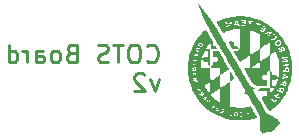
<source format=gbo>
%TF.GenerationSoftware,KiCad,Pcbnew,8.0.8*%
%TF.CreationDate,2025-04-18T09:22:24-04:00*%
%TF.ProjectId,RF4463F30-test-board,52463434-3633-4463-9330-2d746573742d,rev?*%
%TF.SameCoordinates,Original*%
%TF.FileFunction,Legend,Bot*%
%TF.FilePolarity,Positive*%
%FSLAX46Y46*%
G04 Gerber Fmt 4.6, Leading zero omitted, Abs format (unit mm)*
G04 Created by KiCad (PCBNEW 8.0.8) date 2025-04-18 09:22:24*
%MOMM*%
%LPD*%
G01*
G04 APERTURE LIST*
G04 Aperture macros list*
%AMRoundRect*
0 Rectangle with rounded corners*
0 $1 Rounding radius*
0 $2 $3 $4 $5 $6 $7 $8 $9 X,Y pos of 4 corners*
0 Add a 4 corners polygon primitive as box body*
4,1,4,$2,$3,$4,$5,$6,$7,$8,$9,$2,$3,0*
0 Add four circle primitives for the rounded corners*
1,1,$1+$1,$2,$3*
1,1,$1+$1,$4,$5*
1,1,$1+$1,$6,$7*
1,1,$1+$1,$8,$9*
0 Add four rect primitives between the rounded corners*
20,1,$1+$1,$2,$3,$4,$5,0*
20,1,$1+$1,$4,$5,$6,$7,0*
20,1,$1+$1,$6,$7,$8,$9,0*
20,1,$1+$1,$8,$9,$2,$3,0*%
G04 Aperture macros list end*
%ADD10C,0.250000*%
%ADD11C,0.000000*%
%ADD12C,3.200000*%
%ADD13RoundRect,0.250000X-0.600000X-0.725000X0.600000X-0.725000X0.600000X0.725000X-0.600000X0.725000X0*%
%ADD14O,1.700000X1.950000*%
%ADD15RoundRect,0.101600X-0.762000X-2.032000X0.762000X-2.032000X0.762000X2.032000X-0.762000X2.032000X0*%
G04 APERTURE END LIST*
D10*
X160621241Y-89745655D02*
X160692669Y-89817084D01*
X160692669Y-89817084D02*
X160906955Y-89888512D01*
X160906955Y-89888512D02*
X161049812Y-89888512D01*
X161049812Y-89888512D02*
X161264098Y-89817084D01*
X161264098Y-89817084D02*
X161406955Y-89674226D01*
X161406955Y-89674226D02*
X161478384Y-89531369D01*
X161478384Y-89531369D02*
X161549812Y-89245655D01*
X161549812Y-89245655D02*
X161549812Y-89031369D01*
X161549812Y-89031369D02*
X161478384Y-88745655D01*
X161478384Y-88745655D02*
X161406955Y-88602798D01*
X161406955Y-88602798D02*
X161264098Y-88459941D01*
X161264098Y-88459941D02*
X161049812Y-88388512D01*
X161049812Y-88388512D02*
X160906955Y-88388512D01*
X160906955Y-88388512D02*
X160692669Y-88459941D01*
X160692669Y-88459941D02*
X160621241Y-88531369D01*
X159692669Y-88388512D02*
X159406955Y-88388512D01*
X159406955Y-88388512D02*
X159264098Y-88459941D01*
X159264098Y-88459941D02*
X159121241Y-88602798D01*
X159121241Y-88602798D02*
X159049812Y-88888512D01*
X159049812Y-88888512D02*
X159049812Y-89388512D01*
X159049812Y-89388512D02*
X159121241Y-89674226D01*
X159121241Y-89674226D02*
X159264098Y-89817084D01*
X159264098Y-89817084D02*
X159406955Y-89888512D01*
X159406955Y-89888512D02*
X159692669Y-89888512D01*
X159692669Y-89888512D02*
X159835527Y-89817084D01*
X159835527Y-89817084D02*
X159978384Y-89674226D01*
X159978384Y-89674226D02*
X160049812Y-89388512D01*
X160049812Y-89388512D02*
X160049812Y-88888512D01*
X160049812Y-88888512D02*
X159978384Y-88602798D01*
X159978384Y-88602798D02*
X159835527Y-88459941D01*
X159835527Y-88459941D02*
X159692669Y-88388512D01*
X158621240Y-88388512D02*
X157764098Y-88388512D01*
X158192669Y-89888512D02*
X158192669Y-88388512D01*
X157335526Y-89817084D02*
X157121241Y-89888512D01*
X157121241Y-89888512D02*
X156764098Y-89888512D01*
X156764098Y-89888512D02*
X156621241Y-89817084D01*
X156621241Y-89817084D02*
X156549812Y-89745655D01*
X156549812Y-89745655D02*
X156478383Y-89602798D01*
X156478383Y-89602798D02*
X156478383Y-89459941D01*
X156478383Y-89459941D02*
X156549812Y-89317084D01*
X156549812Y-89317084D02*
X156621241Y-89245655D01*
X156621241Y-89245655D02*
X156764098Y-89174226D01*
X156764098Y-89174226D02*
X157049812Y-89102798D01*
X157049812Y-89102798D02*
X157192669Y-89031369D01*
X157192669Y-89031369D02*
X157264098Y-88959941D01*
X157264098Y-88959941D02*
X157335526Y-88817084D01*
X157335526Y-88817084D02*
X157335526Y-88674226D01*
X157335526Y-88674226D02*
X157264098Y-88531369D01*
X157264098Y-88531369D02*
X157192669Y-88459941D01*
X157192669Y-88459941D02*
X157049812Y-88388512D01*
X157049812Y-88388512D02*
X156692669Y-88388512D01*
X156692669Y-88388512D02*
X156478383Y-88459941D01*
X154192670Y-89102798D02*
X153978384Y-89174226D01*
X153978384Y-89174226D02*
X153906955Y-89245655D01*
X153906955Y-89245655D02*
X153835527Y-89388512D01*
X153835527Y-89388512D02*
X153835527Y-89602798D01*
X153835527Y-89602798D02*
X153906955Y-89745655D01*
X153906955Y-89745655D02*
X153978384Y-89817084D01*
X153978384Y-89817084D02*
X154121241Y-89888512D01*
X154121241Y-89888512D02*
X154692670Y-89888512D01*
X154692670Y-89888512D02*
X154692670Y-88388512D01*
X154692670Y-88388512D02*
X154192670Y-88388512D01*
X154192670Y-88388512D02*
X154049813Y-88459941D01*
X154049813Y-88459941D02*
X153978384Y-88531369D01*
X153978384Y-88531369D02*
X153906955Y-88674226D01*
X153906955Y-88674226D02*
X153906955Y-88817084D01*
X153906955Y-88817084D02*
X153978384Y-88959941D01*
X153978384Y-88959941D02*
X154049813Y-89031369D01*
X154049813Y-89031369D02*
X154192670Y-89102798D01*
X154192670Y-89102798D02*
X154692670Y-89102798D01*
X152978384Y-89888512D02*
X153121241Y-89817084D01*
X153121241Y-89817084D02*
X153192670Y-89745655D01*
X153192670Y-89745655D02*
X153264098Y-89602798D01*
X153264098Y-89602798D02*
X153264098Y-89174226D01*
X153264098Y-89174226D02*
X153192670Y-89031369D01*
X153192670Y-89031369D02*
X153121241Y-88959941D01*
X153121241Y-88959941D02*
X152978384Y-88888512D01*
X152978384Y-88888512D02*
X152764098Y-88888512D01*
X152764098Y-88888512D02*
X152621241Y-88959941D01*
X152621241Y-88959941D02*
X152549813Y-89031369D01*
X152549813Y-89031369D02*
X152478384Y-89174226D01*
X152478384Y-89174226D02*
X152478384Y-89602798D01*
X152478384Y-89602798D02*
X152549813Y-89745655D01*
X152549813Y-89745655D02*
X152621241Y-89817084D01*
X152621241Y-89817084D02*
X152764098Y-89888512D01*
X152764098Y-89888512D02*
X152978384Y-89888512D01*
X151192670Y-89888512D02*
X151192670Y-89102798D01*
X151192670Y-89102798D02*
X151264098Y-88959941D01*
X151264098Y-88959941D02*
X151406955Y-88888512D01*
X151406955Y-88888512D02*
X151692670Y-88888512D01*
X151692670Y-88888512D02*
X151835527Y-88959941D01*
X151192670Y-89817084D02*
X151335527Y-89888512D01*
X151335527Y-89888512D02*
X151692670Y-89888512D01*
X151692670Y-89888512D02*
X151835527Y-89817084D01*
X151835527Y-89817084D02*
X151906955Y-89674226D01*
X151906955Y-89674226D02*
X151906955Y-89531369D01*
X151906955Y-89531369D02*
X151835527Y-89388512D01*
X151835527Y-89388512D02*
X151692670Y-89317084D01*
X151692670Y-89317084D02*
X151335527Y-89317084D01*
X151335527Y-89317084D02*
X151192670Y-89245655D01*
X150478384Y-89888512D02*
X150478384Y-88888512D01*
X150478384Y-89174226D02*
X150406955Y-89031369D01*
X150406955Y-89031369D02*
X150335527Y-88959941D01*
X150335527Y-88959941D02*
X150192669Y-88888512D01*
X150192669Y-88888512D02*
X150049812Y-88888512D01*
X148906956Y-89888512D02*
X148906956Y-88388512D01*
X148906956Y-89817084D02*
X149049813Y-89888512D01*
X149049813Y-89888512D02*
X149335527Y-89888512D01*
X149335527Y-89888512D02*
X149478384Y-89817084D01*
X149478384Y-89817084D02*
X149549813Y-89745655D01*
X149549813Y-89745655D02*
X149621241Y-89602798D01*
X149621241Y-89602798D02*
X149621241Y-89174226D01*
X149621241Y-89174226D02*
X149549813Y-89031369D01*
X149549813Y-89031369D02*
X149478384Y-88959941D01*
X149478384Y-88959941D02*
X149335527Y-88888512D01*
X149335527Y-88888512D02*
X149049813Y-88888512D01*
X149049813Y-88888512D02*
X148906956Y-88959941D01*
X161621241Y-91303428D02*
X161264098Y-92303428D01*
X161264098Y-92303428D02*
X160906955Y-91303428D01*
X160406955Y-90946285D02*
X160335527Y-90874857D01*
X160335527Y-90874857D02*
X160192670Y-90803428D01*
X160192670Y-90803428D02*
X159835527Y-90803428D01*
X159835527Y-90803428D02*
X159692670Y-90874857D01*
X159692670Y-90874857D02*
X159621241Y-90946285D01*
X159621241Y-90946285D02*
X159549812Y-91089142D01*
X159549812Y-91089142D02*
X159549812Y-91232000D01*
X159549812Y-91232000D02*
X159621241Y-91446285D01*
X159621241Y-91446285D02*
X160478384Y-92303428D01*
X160478384Y-92303428D02*
X159549812Y-92303428D01*
D11*
%TO.C,G\u002A\u002A\u002A*%
G36*
X168507073Y-92048316D02*
G01*
X168511112Y-92055840D01*
X168510953Y-92057080D01*
X168505556Y-92061067D01*
X168502901Y-92060007D01*
X168500000Y-92052406D01*
X168500800Y-92048438D01*
X168505556Y-92047178D01*
X168507073Y-92048316D01*
G37*
G36*
X165577539Y-92888206D02*
G01*
X165574999Y-92897321D01*
X165567861Y-92913694D01*
X165555708Y-92938542D01*
X165527515Y-92994723D01*
X165496478Y-92958138D01*
X165490468Y-92950972D01*
X165478053Y-92935547D01*
X165469867Y-92924443D01*
X165467443Y-92919691D01*
X165468416Y-92919195D01*
X165477598Y-92915859D01*
X165494725Y-92910171D01*
X165517809Y-92902771D01*
X165544861Y-92894299D01*
X165573895Y-92885395D01*
X165575897Y-92885130D01*
X165577539Y-92888206D01*
G37*
G36*
X164687758Y-90376112D02*
G01*
X164699990Y-90386056D01*
X164704955Y-90391907D01*
X164709627Y-90400430D01*
X164712585Y-90412156D01*
X164714423Y-90429721D01*
X164715738Y-90455761D01*
X164717959Y-90511067D01*
X164666651Y-90511067D01*
X164615342Y-90511067D01*
X164617647Y-90458357D01*
X164617758Y-90455927D01*
X164620517Y-90423492D01*
X164625771Y-90400482D01*
X164634331Y-90385429D01*
X164647011Y-90376860D01*
X164664621Y-90373307D01*
X164673606Y-90373002D01*
X164687758Y-90376112D01*
G37*
G36*
X165842482Y-93100531D02*
G01*
X165868192Y-93116825D01*
X165896966Y-93143782D01*
X165913376Y-93161261D01*
X165877682Y-93197275D01*
X165869535Y-93205413D01*
X165854745Y-93219717D01*
X165843867Y-93229601D01*
X165838818Y-93233290D01*
X165836107Y-93231805D01*
X165827292Y-93223998D01*
X165815078Y-93211672D01*
X165801800Y-93197302D01*
X165789788Y-93183363D01*
X165781377Y-93172331D01*
X165773592Y-93154239D01*
X165774653Y-93132655D01*
X165786605Y-93111494D01*
X165800139Y-93099898D01*
X165819807Y-93094891D01*
X165842482Y-93100531D01*
G37*
G36*
X172503722Y-90412729D02*
G01*
X172523900Y-90420236D01*
X172538603Y-90434651D01*
X172548401Y-90456905D01*
X172553862Y-90487934D01*
X172555556Y-90528670D01*
X172555556Y-90584936D01*
X172509723Y-90581368D01*
X172507459Y-90581195D01*
X172480858Y-90579473D01*
X172454547Y-90578245D01*
X172433915Y-90577767D01*
X172403940Y-90577734D01*
X172406952Y-90523083D01*
X172408954Y-90498058D01*
X172414921Y-90464165D01*
X172424732Y-90439486D01*
X172439052Y-90423054D01*
X172458544Y-90413903D01*
X172483871Y-90411067D01*
X172503722Y-90412729D01*
G37*
G36*
X168250430Y-86522311D02*
G01*
X168256971Y-86535330D01*
X168269390Y-86560607D01*
X168279396Y-86581724D01*
X168286096Y-86596776D01*
X168288599Y-86603858D01*
X168286838Y-86606602D01*
X168275471Y-86610264D01*
X168254167Y-86612510D01*
X168234926Y-86613557D01*
X168204697Y-86614976D01*
X168181409Y-86615755D01*
X168166444Y-86615855D01*
X168161183Y-86615234D01*
X168162468Y-86610586D01*
X168166271Y-86598008D01*
X168171700Y-86580512D01*
X168173313Y-86575352D01*
X168180559Y-86551991D01*
X168189077Y-86524332D01*
X168197348Y-86497311D01*
X168212551Y-86447443D01*
X168250430Y-86522311D01*
G37*
G36*
X164750798Y-89180039D02*
G01*
X164760409Y-89187276D01*
X164774462Y-89198708D01*
X164790854Y-89212531D01*
X164807479Y-89226939D01*
X164822232Y-89240129D01*
X164833009Y-89250296D01*
X164837705Y-89255636D01*
X164835322Y-89257100D01*
X164824061Y-89259501D01*
X164805596Y-89262072D01*
X164782150Y-89264460D01*
X164764534Y-89265797D01*
X164743726Y-89266805D01*
X164729186Y-89266793D01*
X164723307Y-89265710D01*
X164723391Y-89263320D01*
X164725630Y-89252510D01*
X164729795Y-89236084D01*
X164734985Y-89217255D01*
X164740302Y-89199237D01*
X164744847Y-89185243D01*
X164747719Y-89178487D01*
X164750798Y-89180039D01*
G37*
G36*
X165151307Y-88296742D02*
G01*
X165157414Y-88297881D01*
X165190317Y-88309687D01*
X165219364Y-88329286D01*
X165242189Y-88354718D01*
X165256432Y-88384021D01*
X165259546Y-88411771D01*
X165252683Y-88444660D01*
X165235426Y-88481180D01*
X165230106Y-88490035D01*
X165222893Y-88501162D01*
X165219259Y-88505512D01*
X165218817Y-88505335D01*
X165211554Y-88501304D01*
X165196584Y-88492591D01*
X165175348Y-88480049D01*
X165149291Y-88464528D01*
X165119855Y-88446879D01*
X165022359Y-88388246D01*
X165031675Y-88373268D01*
X165042560Y-88356791D01*
X165068045Y-88326288D01*
X165094275Y-88306361D01*
X165121835Y-88296637D01*
X165151307Y-88296742D01*
G37*
G36*
X172066854Y-92145180D02*
G01*
X172092824Y-92159125D01*
X172102650Y-92167942D01*
X172112895Y-92184974D01*
X172115813Y-92206092D01*
X172111315Y-92232281D01*
X172099312Y-92264526D01*
X172079715Y-92303812D01*
X172054995Y-92349334D01*
X171995553Y-92318167D01*
X171995183Y-92317973D01*
X171972011Y-92305756D01*
X171952642Y-92295419D01*
X171939092Y-92288048D01*
X171933378Y-92284727D01*
X171934005Y-92280260D01*
X171939007Y-92268181D01*
X171947422Y-92250906D01*
X171958019Y-92230761D01*
X171969571Y-92210073D01*
X171980848Y-92191166D01*
X171990623Y-92176366D01*
X171996396Y-92168952D01*
X172018018Y-92150199D01*
X172041711Y-92142240D01*
X172066854Y-92145180D01*
G37*
G36*
X164588652Y-90856731D02*
G01*
X164603197Y-90859761D01*
X164622337Y-90864324D01*
X164643247Y-90869699D01*
X164663103Y-90875162D01*
X164679081Y-90879992D01*
X164688357Y-90883466D01*
X164688839Y-90883715D01*
X164691821Y-90885709D01*
X164691864Y-90888213D01*
X164687643Y-90892252D01*
X164677828Y-90898853D01*
X164661093Y-90909040D01*
X164636112Y-90923841D01*
X164635763Y-90924046D01*
X164618287Y-90933928D01*
X164604278Y-90941078D01*
X164596741Y-90943963D01*
X164594700Y-90941393D01*
X164591229Y-90930555D01*
X164587507Y-90914137D01*
X164584092Y-90895312D01*
X164581542Y-90877247D01*
X164580416Y-90863114D01*
X164581270Y-90856082D01*
X164581526Y-90855957D01*
X164588652Y-90856731D01*
G37*
G36*
X172279927Y-91022488D02*
G01*
X172288916Y-91026907D01*
X172304096Y-91035590D01*
X172323502Y-91047291D01*
X172345168Y-91060762D01*
X172367130Y-91074756D01*
X172387422Y-91088025D01*
X172404079Y-91099323D01*
X172415137Y-91107403D01*
X172418630Y-91111016D01*
X172418316Y-91111223D01*
X172410583Y-91113661D01*
X172394434Y-91117700D01*
X172372005Y-91122830D01*
X172345431Y-91128538D01*
X172342407Y-91129168D01*
X172315074Y-91134706D01*
X172291151Y-91139302D01*
X172273124Y-91142493D01*
X172263476Y-91143816D01*
X172251951Y-91144401D01*
X172263057Y-91083290D01*
X172267289Y-91061619D01*
X172271957Y-91041173D01*
X172275934Y-91027293D01*
X172278660Y-91022178D01*
X172279927Y-91022488D01*
G37*
G36*
X165319766Y-92465758D02*
G01*
X165324295Y-92468793D01*
X165335541Y-92479609D01*
X165349280Y-92495219D01*
X165363495Y-92513045D01*
X165376167Y-92530504D01*
X165385277Y-92545018D01*
X165388806Y-92554006D01*
X165388457Y-92555193D01*
X165381935Y-92562590D01*
X165368858Y-92573476D01*
X165351449Y-92585950D01*
X165346064Y-92589543D01*
X165329201Y-92600514D01*
X165316760Y-92608182D01*
X165311118Y-92611067D01*
X165308942Y-92609967D01*
X165305095Y-92605423D01*
X165298662Y-92595904D01*
X165288613Y-92579885D01*
X165273921Y-92555839D01*
X165267100Y-92543649D01*
X165257194Y-92516912D01*
X165256993Y-92494888D01*
X165266526Y-92477875D01*
X165279584Y-92468290D01*
X165300008Y-92462414D01*
X165319766Y-92465758D01*
G37*
G36*
X168204117Y-94163730D02*
G01*
X168204727Y-94163849D01*
X168224977Y-94172602D01*
X168244968Y-94188904D01*
X168261635Y-94209678D01*
X168271915Y-94231843D01*
X168272526Y-94234108D01*
X168278018Y-94272161D01*
X168275171Y-94309562D01*
X168264646Y-94344088D01*
X168247103Y-94373519D01*
X168223204Y-94395632D01*
X168205082Y-94402759D01*
X168177679Y-94405475D01*
X168174779Y-94405443D01*
X168143517Y-94399895D01*
X168118120Y-94385314D01*
X168099209Y-94362431D01*
X168087406Y-94331976D01*
X168083334Y-94294680D01*
X168083929Y-94275412D01*
X168089180Y-94242290D01*
X168100647Y-94215053D01*
X168119293Y-94190923D01*
X168121523Y-94188648D01*
X168146040Y-94170131D01*
X168172917Y-94162034D01*
X168204117Y-94163730D01*
G37*
G36*
X171820030Y-88105693D02*
G01*
X171837880Y-88113050D01*
X171866532Y-88133052D01*
X171887307Y-88159537D01*
X171899472Y-88190969D01*
X171902293Y-88225814D01*
X171895036Y-88262535D01*
X171894775Y-88263297D01*
X171879495Y-88293215D01*
X171855537Y-88322818D01*
X171825137Y-88350090D01*
X171790533Y-88373018D01*
X171753961Y-88389587D01*
X171734399Y-88395195D01*
X171696401Y-88399484D01*
X171661325Y-88395093D01*
X171630428Y-88382843D01*
X171604965Y-88363557D01*
X171586193Y-88338056D01*
X171575368Y-88307162D01*
X171573746Y-88271696D01*
X171576993Y-88251017D01*
X171587655Y-88221572D01*
X171606295Y-88193132D01*
X171634189Y-88163415D01*
X171638049Y-88159851D01*
X171672659Y-88133870D01*
X171710329Y-88114790D01*
X171748891Y-88103286D01*
X171786180Y-88100029D01*
X171820030Y-88105693D01*
G37*
G36*
X172317154Y-91601512D02*
G01*
X172319856Y-91603378D01*
X172334836Y-91616479D01*
X172344149Y-91631542D01*
X172347902Y-91650148D01*
X172346205Y-91673876D01*
X172339166Y-91704304D01*
X172326895Y-91743012D01*
X172322005Y-91757184D01*
X172315251Y-91776357D01*
X172310432Y-91789514D01*
X172308361Y-91794401D01*
X172307100Y-91794090D01*
X172297767Y-91790992D01*
X172281559Y-91785297D01*
X172260953Y-91777909D01*
X172238428Y-91769730D01*
X172216461Y-91761663D01*
X172197530Y-91754611D01*
X172184112Y-91749475D01*
X172178685Y-91747159D01*
X172178400Y-91746100D01*
X172179998Y-91737038D01*
X172184580Y-91721231D01*
X172191228Y-91701339D01*
X172199024Y-91680019D01*
X172207050Y-91659932D01*
X172214388Y-91643735D01*
X172227405Y-91622094D01*
X172247460Y-91601342D01*
X172269594Y-91590792D01*
X172293071Y-91590748D01*
X172317154Y-91601512D01*
G37*
G36*
X172121964Y-88635863D02*
G01*
X172144261Y-88647876D01*
X172145975Y-88649511D01*
X172154467Y-88660436D01*
X172165388Y-88677324D01*
X172177554Y-88697972D01*
X172189782Y-88720181D01*
X172200888Y-88741750D01*
X172209690Y-88760478D01*
X172215003Y-88774165D01*
X172215644Y-88780609D01*
X172210634Y-88783472D01*
X172197471Y-88790169D01*
X172178297Y-88799597D01*
X172155204Y-88810711D01*
X172133550Y-88820773D01*
X172113474Y-88829550D01*
X172099001Y-88835251D01*
X172092316Y-88836965D01*
X172090670Y-88835915D01*
X172084155Y-88826723D01*
X172075712Y-88810311D01*
X172066354Y-88789186D01*
X172057097Y-88765854D01*
X172048952Y-88742824D01*
X172042934Y-88722603D01*
X172040056Y-88707697D01*
X172039509Y-88698401D01*
X172041772Y-88675268D01*
X172050980Y-88658130D01*
X172068411Y-88644124D01*
X172071832Y-88642152D01*
X172097047Y-88633916D01*
X172121964Y-88635863D01*
G37*
G36*
X167680362Y-90636464D02*
G01*
X167740183Y-90737918D01*
X167794315Y-90830009D01*
X167842826Y-90912853D01*
X167885785Y-90986569D01*
X167923257Y-91051275D01*
X167955312Y-91107090D01*
X167982017Y-91154132D01*
X168003438Y-91192519D01*
X168019645Y-91222370D01*
X168030704Y-91243802D01*
X168036684Y-91256934D01*
X168037651Y-91261884D01*
X168037201Y-91262163D01*
X168029566Y-91267165D01*
X168013947Y-91277538D01*
X167991393Y-91292579D01*
X167962951Y-91311590D01*
X167929670Y-91333869D01*
X167892596Y-91358716D01*
X167852778Y-91385432D01*
X167844686Y-91390863D01*
X167805523Y-91417068D01*
X167769430Y-91441103D01*
X167737430Y-91462294D01*
X167710546Y-91479967D01*
X167689803Y-91493449D01*
X167676224Y-91502066D01*
X167670834Y-91505144D01*
X167670566Y-91504246D01*
X167669933Y-91494576D01*
X167669339Y-91474964D01*
X167668790Y-91446240D01*
X167668293Y-91409232D01*
X167667857Y-91364770D01*
X167667488Y-91313684D01*
X167667194Y-91256802D01*
X167666982Y-91194954D01*
X167666860Y-91128970D01*
X167666836Y-91059678D01*
X167666837Y-91058623D01*
X167666927Y-90982841D01*
X167667129Y-90912530D01*
X167667437Y-90848315D01*
X167667843Y-90790824D01*
X167668339Y-90740684D01*
X167668919Y-90698522D01*
X167669575Y-90664963D01*
X167670300Y-90640635D01*
X167671086Y-90626165D01*
X167671927Y-90622178D01*
X167680362Y-90636464D01*
G37*
G36*
X167802395Y-88098416D02*
G01*
X167843857Y-88109069D01*
X167882829Y-88127999D01*
X167917839Y-88155270D01*
X167947415Y-88190948D01*
X167953686Y-88200849D01*
X167963224Y-88218650D01*
X167970530Y-88237519D01*
X167975883Y-88259127D01*
X167979561Y-88285145D01*
X167981843Y-88317245D01*
X167983007Y-88357099D01*
X167983334Y-88406378D01*
X167983334Y-88527133D01*
X168104314Y-88528822D01*
X168225294Y-88530512D01*
X168261939Y-88548567D01*
X168278133Y-88557479D01*
X168314335Y-88585373D01*
X168343576Y-88619938D01*
X168364494Y-88659339D01*
X168375726Y-88701742D01*
X168379274Y-88727626D01*
X168110470Y-88729069D01*
X168102470Y-88729111D01*
X168034867Y-88729331D01*
X167976580Y-88729273D01*
X167927908Y-88728940D01*
X167889151Y-88728338D01*
X167860606Y-88727470D01*
X167842572Y-88726341D01*
X167835348Y-88724956D01*
X167831379Y-88719224D01*
X167822386Y-88704840D01*
X167808949Y-88682773D01*
X167791646Y-88653986D01*
X167771052Y-88619439D01*
X167747741Y-88580096D01*
X167722291Y-88536918D01*
X167695277Y-88490867D01*
X167694990Y-88490377D01*
X167663735Y-88437039D01*
X167637615Y-88392403D01*
X167616258Y-88355527D01*
X167599291Y-88325472D01*
X167586341Y-88301298D01*
X167577035Y-88282067D01*
X167571001Y-88266838D01*
X167567866Y-88254672D01*
X167567257Y-88244629D01*
X167568801Y-88235770D01*
X167572126Y-88227154D01*
X167576859Y-88217843D01*
X167582627Y-88206897D01*
X167583755Y-88204717D01*
X167609248Y-88167058D01*
X167641083Y-88137290D01*
X167677787Y-88115477D01*
X167717888Y-88101685D01*
X167759915Y-88095976D01*
X167802395Y-88098416D01*
G37*
G36*
X164936229Y-84869699D02*
G01*
X164943642Y-84877704D01*
X164957038Y-84892999D01*
X164975717Y-84914748D01*
X164998977Y-84942118D01*
X165026119Y-84974273D01*
X165056442Y-85010379D01*
X165089247Y-85049601D01*
X165123833Y-85091106D01*
X165159501Y-85134057D01*
X165195548Y-85177622D01*
X165231277Y-85220965D01*
X165265985Y-85263251D01*
X165354881Y-85372548D01*
X165478220Y-85526687D01*
X165598221Y-85679584D01*
X165714498Y-85830698D01*
X165826666Y-85979484D01*
X165934341Y-86125402D01*
X166037136Y-86267908D01*
X166134667Y-86406460D01*
X166226548Y-86540516D01*
X166312395Y-86669533D01*
X166391821Y-86792969D01*
X166464442Y-86910281D01*
X166529872Y-87020927D01*
X166587727Y-87124364D01*
X166590610Y-87129530D01*
X166599632Y-87145305D01*
X166613985Y-87170168D01*
X166633492Y-87203817D01*
X166657977Y-87245949D01*
X166687262Y-87296261D01*
X166721170Y-87354452D01*
X166759524Y-87420216D01*
X166802148Y-87493253D01*
X166848863Y-87573258D01*
X166899493Y-87659930D01*
X166953861Y-87752965D01*
X167011790Y-87852061D01*
X167073103Y-87956914D01*
X167137622Y-88067222D01*
X167205171Y-88182682D01*
X167275572Y-88302992D01*
X167348649Y-88427847D01*
X167424225Y-88556946D01*
X167502121Y-88689986D01*
X167582162Y-88826663D01*
X167664170Y-88966676D01*
X167747969Y-89109721D01*
X167833380Y-89255495D01*
X167920227Y-89403695D01*
X168008334Y-89554020D01*
X169386112Y-91904547D01*
X169573548Y-91989752D01*
X169576491Y-91991090D01*
X169618750Y-92010407D01*
X169657570Y-92028334D01*
X169691836Y-92044342D01*
X169720432Y-92057903D01*
X169742243Y-92068488D01*
X169756154Y-92075568D01*
X169761048Y-92078615D01*
X169760995Y-92078774D01*
X169755495Y-92083113D01*
X169741986Y-92091978D01*
X169721932Y-92104454D01*
X169696800Y-92119628D01*
X169668056Y-92136587D01*
X169664864Y-92138450D01*
X169636329Y-92155112D01*
X169611418Y-92169669D01*
X169591624Y-92181247D01*
X169578441Y-92188974D01*
X169573361Y-92191975D01*
X169574615Y-92194381D01*
X169581009Y-92205658D01*
X169592581Y-92225759D01*
X169609071Y-92254236D01*
X169630218Y-92290643D01*
X169655761Y-92334532D01*
X169685438Y-92385456D01*
X169718990Y-92442969D01*
X169756155Y-92506624D01*
X169796672Y-92575974D01*
X169840281Y-92650572D01*
X169886719Y-92729971D01*
X169935727Y-92813724D01*
X169987043Y-92901384D01*
X170040407Y-92992505D01*
X170095557Y-93086640D01*
X170152232Y-93183341D01*
X170732743Y-94173632D01*
X171214983Y-94440038D01*
X171251890Y-94460430D01*
X171318427Y-94497207D01*
X171381980Y-94532352D01*
X171441875Y-94565493D01*
X171497436Y-94596254D01*
X171547990Y-94624263D01*
X171592862Y-94649144D01*
X171631378Y-94670526D01*
X171662864Y-94688033D01*
X171686645Y-94701292D01*
X171702047Y-94709929D01*
X171708396Y-94713570D01*
X171708595Y-94713716D01*
X171713907Y-94720433D01*
X171723843Y-94735248D01*
X171737598Y-94756812D01*
X171754366Y-94783774D01*
X171773345Y-94814783D01*
X171793728Y-94848491D01*
X171814711Y-94883546D01*
X171835490Y-94918598D01*
X171855260Y-94952297D01*
X171873216Y-94983292D01*
X171888554Y-95010234D01*
X171900469Y-95031772D01*
X171908157Y-95046557D01*
X171910812Y-95053237D01*
X171910229Y-95054084D01*
X171903186Y-95061061D01*
X171888782Y-95074323D01*
X171867802Y-95093174D01*
X171841033Y-95116919D01*
X171809259Y-95144866D01*
X171773266Y-95176317D01*
X171733839Y-95210581D01*
X171691763Y-95246961D01*
X171675709Y-95260819D01*
X171634639Y-95296382D01*
X171596568Y-95329505D01*
X171562272Y-95359502D01*
X171532528Y-95385688D01*
X171508112Y-95407379D01*
X171489800Y-95423889D01*
X171478368Y-95434533D01*
X171474592Y-95438627D01*
X171475198Y-95439711D01*
X171480193Y-95448346D01*
X171488912Y-95463280D01*
X171499938Y-95482084D01*
X171504125Y-95489302D01*
X171513725Y-95506697D01*
X171519937Y-95519254D01*
X171521576Y-95524643D01*
X171518864Y-95526374D01*
X171507616Y-95533145D01*
X171488657Y-95544409D01*
X171463067Y-95559534D01*
X171431927Y-95577886D01*
X171396317Y-95598833D01*
X171357318Y-95621741D01*
X171316010Y-95645978D01*
X171273474Y-95670911D01*
X171230790Y-95695907D01*
X171189039Y-95720333D01*
X171149301Y-95743555D01*
X171112657Y-95764942D01*
X171080188Y-95783859D01*
X171052973Y-95799674D01*
X171032093Y-95811755D01*
X171018630Y-95819467D01*
X171013663Y-95822178D01*
X171012878Y-95821404D01*
X171007707Y-95813618D01*
X170999017Y-95799250D01*
X170988163Y-95780512D01*
X170983666Y-95772791D01*
X170972671Y-95755429D01*
X170963728Y-95743365D01*
X170958438Y-95738845D01*
X170954665Y-95739955D01*
X170941448Y-95744418D01*
X170919944Y-95751892D01*
X170891366Y-95761943D01*
X170856931Y-95774135D01*
X170817852Y-95788032D01*
X170775344Y-95803201D01*
X170730622Y-95819204D01*
X170684900Y-95835607D01*
X170639393Y-95851975D01*
X170595317Y-95867872D01*
X170553884Y-95882862D01*
X170516310Y-95896511D01*
X170483810Y-95908384D01*
X170457598Y-95918044D01*
X170438889Y-95925056D01*
X170435969Y-95926136D01*
X170422594Y-95930239D01*
X170414709Y-95931298D01*
X170411885Y-95927834D01*
X170403931Y-95915768D01*
X170391632Y-95896115D01*
X170375663Y-95869977D01*
X170356694Y-95838459D01*
X170335401Y-95802663D01*
X170312455Y-95763693D01*
X170214938Y-95597253D01*
X170218894Y-95036105D01*
X170222851Y-94474956D01*
X169645171Y-93489535D01*
X169608240Y-93426543D01*
X169552561Y-93331602D01*
X169498524Y-93239491D01*
X169446391Y-93150659D01*
X169396430Y-93065558D01*
X169348904Y-92984637D01*
X169304080Y-92908348D01*
X169262220Y-92837140D01*
X169223592Y-92771465D01*
X169188460Y-92711774D01*
X169157088Y-92658515D01*
X169129742Y-92612141D01*
X169106688Y-92573101D01*
X169088189Y-92541847D01*
X169074511Y-92518828D01*
X169065919Y-92504496D01*
X169062678Y-92499300D01*
X169062563Y-92499213D01*
X169055918Y-92500711D01*
X169041293Y-92507242D01*
X169020099Y-92518085D01*
X168993749Y-92532519D01*
X168963654Y-92549824D01*
X168935075Y-92566322D01*
X168907568Y-92581485D01*
X168886558Y-92592199D01*
X168873013Y-92597973D01*
X168867902Y-92598317D01*
X168867966Y-92592021D01*
X168868869Y-92575802D01*
X168870537Y-92551025D01*
X168872877Y-92518984D01*
X168875793Y-92480971D01*
X168879191Y-92438277D01*
X168882978Y-92392194D01*
X168884954Y-92368304D01*
X168889092Y-92316490D01*
X168892179Y-92274499D01*
X168894261Y-92241453D01*
X168895380Y-92216474D01*
X168895579Y-92198684D01*
X168894902Y-92187204D01*
X168893392Y-92181158D01*
X168890935Y-92176781D01*
X168882834Y-92162722D01*
X168869466Y-92139696D01*
X168851039Y-92108058D01*
X168827762Y-92068163D01*
X168799844Y-92020369D01*
X168767494Y-91965031D01*
X168730920Y-91902504D01*
X168690332Y-91833145D01*
X168645938Y-91757309D01*
X168597947Y-91675352D01*
X168546568Y-91587631D01*
X168492010Y-91494501D01*
X168434480Y-91396318D01*
X168374190Y-91293438D01*
X168311346Y-91186216D01*
X168246158Y-91075010D01*
X168178835Y-90960173D01*
X168109585Y-90842063D01*
X168038617Y-90721036D01*
X167966141Y-90597446D01*
X167892364Y-90471651D01*
X167817497Y-90344006D01*
X167741746Y-90214866D01*
X167665323Y-90084588D01*
X167588434Y-89953528D01*
X167511289Y-89822041D01*
X167434097Y-89690484D01*
X167357067Y-89559211D01*
X167280407Y-89428580D01*
X167204326Y-89298946D01*
X167129033Y-89170665D01*
X167054738Y-89044093D01*
X166981647Y-88919585D01*
X166909971Y-88797498D01*
X166839919Y-88678187D01*
X166771698Y-88562008D01*
X166705519Y-88449318D01*
X166641589Y-88340472D01*
X166580118Y-88235826D01*
X166521314Y-88135735D01*
X166465386Y-88040556D01*
X166412543Y-87950645D01*
X166362993Y-87866358D01*
X166316947Y-87788049D01*
X166274611Y-87716076D01*
X166236196Y-87650794D01*
X166201910Y-87592560D01*
X166171962Y-87541728D01*
X166146560Y-87498654D01*
X166125913Y-87463696D01*
X166110231Y-87437208D01*
X166099722Y-87419546D01*
X166094595Y-87411067D01*
X166067718Y-87367721D01*
X165999590Y-87253292D01*
X165929195Y-87128822D01*
X165856788Y-86994847D01*
X165782627Y-86851904D01*
X165706969Y-86700531D01*
X165630069Y-86541264D01*
X165552185Y-86374640D01*
X165473574Y-86201195D01*
X165394491Y-86021468D01*
X165315194Y-85835994D01*
X165235940Y-85645312D01*
X165156985Y-85449956D01*
X165145748Y-85421673D01*
X165127254Y-85374803D01*
X165107725Y-85324973D01*
X165087551Y-85273206D01*
X165067125Y-85220525D01*
X165046836Y-85167955D01*
X165027076Y-85116519D01*
X165008236Y-85067241D01*
X164990706Y-85021144D01*
X164974879Y-84979252D01*
X164961145Y-84942590D01*
X164949894Y-84912180D01*
X164941519Y-84889046D01*
X164936410Y-84874213D01*
X164934958Y-84868703D01*
X164936229Y-84869699D01*
G37*
G36*
X166111046Y-87960426D02*
G01*
X166145820Y-88020171D01*
X166179886Y-88078923D01*
X166180805Y-88080512D01*
X166184019Y-88086067D01*
X166211112Y-88132889D01*
X166211112Y-88152734D01*
X166211112Y-88330312D01*
X166211112Y-88527734D01*
X166326593Y-88527734D01*
X166442075Y-88527734D01*
X166500204Y-88625977D01*
X166504721Y-88633613D01*
X166521868Y-88662647D01*
X166536806Y-88688012D01*
X166548671Y-88708234D01*
X166556598Y-88721843D01*
X166559723Y-88727366D01*
X166559559Y-88727491D01*
X166552362Y-88728101D01*
X166535311Y-88728669D01*
X166509454Y-88729182D01*
X166475837Y-88729629D01*
X166435508Y-88729997D01*
X166389514Y-88730275D01*
X166338904Y-88730451D01*
X166284723Y-88730512D01*
X166008334Y-88730512D01*
X166005556Y-88459383D01*
X166002778Y-88188254D01*
X165941107Y-88262160D01*
X165914365Y-88294645D01*
X165839169Y-88391762D01*
X165817867Y-88419274D01*
X165727949Y-88547178D01*
X165722351Y-88555596D01*
X165704241Y-88583188D01*
X165685382Y-88612374D01*
X165666750Y-88641599D01*
X165649320Y-88669304D01*
X165634066Y-88693934D01*
X165621963Y-88713932D01*
X165613986Y-88727739D01*
X165612363Y-88731159D01*
X165611109Y-88733801D01*
X165615213Y-88734231D01*
X165629241Y-88734611D01*
X165652022Y-88734866D01*
X165682302Y-88734991D01*
X165718821Y-88734981D01*
X165760324Y-88734832D01*
X165805554Y-88734539D01*
X166000000Y-88733011D01*
X166000000Y-88774956D01*
X166000000Y-88836067D01*
X166000000Y-88858290D01*
X166000000Y-88891623D01*
X166000000Y-88924956D01*
X166000000Y-89460993D01*
X166000000Y-90188976D01*
X165976389Y-90185747D01*
X165950706Y-90180797D01*
X165904983Y-90163895D01*
X165865005Y-90137881D01*
X165831730Y-90103456D01*
X165806118Y-90061321D01*
X165803409Y-90055423D01*
X165798732Y-90043798D01*
X165795400Y-90031869D01*
X165793128Y-90017476D01*
X165791630Y-89998456D01*
X165790622Y-89972649D01*
X165789817Y-89937892D01*
X165787967Y-89845272D01*
X165656484Y-89843234D01*
X165627155Y-89842752D01*
X165591415Y-89841995D01*
X165563989Y-89841062D01*
X165543200Y-89839801D01*
X165527370Y-89838059D01*
X165514822Y-89835686D01*
X165503879Y-89832530D01*
X165492864Y-89828439D01*
X165460546Y-89811029D01*
X165428806Y-89785795D01*
X165400967Y-89755779D01*
X165380280Y-89723999D01*
X165378681Y-89720821D01*
X165371889Y-89706150D01*
X165367564Y-89692921D01*
X165365156Y-89677997D01*
X165364114Y-89658239D01*
X165363889Y-89630512D01*
X165363905Y-89619949D01*
X165364303Y-89595586D01*
X165365684Y-89578109D01*
X165368632Y-89564376D01*
X165373733Y-89551246D01*
X165381571Y-89535578D01*
X165399054Y-89508205D01*
X165427097Y-89476859D01*
X165459482Y-89450660D01*
X165493075Y-89432506D01*
X165500458Y-89429688D01*
X165511200Y-89426261D01*
X165523029Y-89423660D01*
X165537615Y-89421734D01*
X165556629Y-89420333D01*
X165581741Y-89419308D01*
X165614623Y-89418509D01*
X165656945Y-89417784D01*
X165788889Y-89415741D01*
X165788889Y-89182849D01*
X165788889Y-88949956D01*
X165642304Y-88949956D01*
X165495718Y-88949956D01*
X165463747Y-89020790D01*
X165430622Y-89096511D01*
X165361681Y-89272736D01*
X165361045Y-89274361D01*
X165302272Y-89454053D01*
X165254114Y-89636275D01*
X165238451Y-89713247D01*
X165216378Y-89821717D01*
X165205332Y-89897760D01*
X165188873Y-90011067D01*
X165183554Y-90060325D01*
X165178031Y-90120935D01*
X165173384Y-90182491D01*
X165169812Y-90242011D01*
X165167515Y-90296512D01*
X165166693Y-90343012D01*
X165166667Y-90399956D01*
X165583334Y-90399956D01*
X166000000Y-90399956D01*
X166000000Y-90537453D01*
X166000000Y-90876881D01*
X166000000Y-90952734D01*
X166000010Y-90998700D01*
X166000069Y-91074231D01*
X166000177Y-91146108D01*
X166000332Y-91213585D01*
X166000529Y-91275916D01*
X166000765Y-91332355D01*
X166001036Y-91382157D01*
X166001339Y-91424576D01*
X166001668Y-91458867D01*
X166002022Y-91484284D01*
X166002395Y-91500080D01*
X166002784Y-91505512D01*
X166007613Y-91502563D01*
X166021034Y-91493878D01*
X166042384Y-91479891D01*
X166071004Y-91461040D01*
X166106234Y-91437762D01*
X166147415Y-91410492D01*
X166193887Y-91379668D01*
X166244991Y-91345727D01*
X166300068Y-91309104D01*
X166358458Y-91270237D01*
X166419502Y-91229563D01*
X166833436Y-90953614D01*
X166831996Y-90675396D01*
X166830556Y-90397178D01*
X166416667Y-90395899D01*
X166002778Y-90394620D01*
X166001264Y-90294510D01*
X166000898Y-90264589D01*
X166000737Y-90236509D01*
X166000811Y-90214283D01*
X166001111Y-90199663D01*
X166001633Y-90194401D01*
X166006055Y-90193746D01*
X166018750Y-90191557D01*
X166036480Y-90188362D01*
X166058674Y-90182975D01*
X166102139Y-90164475D01*
X166141307Y-90137191D01*
X166174239Y-90102624D01*
X166199000Y-90062279D01*
X166201396Y-90057088D01*
X166206384Y-90045001D01*
X166209924Y-90032964D01*
X166212323Y-90018744D01*
X166213888Y-90000110D01*
X166214928Y-89974829D01*
X166215749Y-89940670D01*
X166217608Y-89850828D01*
X166349082Y-89849003D01*
X166480556Y-89847178D01*
X166517353Y-89829744D01*
X166552370Y-89809678D01*
X166589251Y-89778587D01*
X166617880Y-89742006D01*
X166637688Y-89701171D01*
X166648108Y-89657321D01*
X166648574Y-89611691D01*
X166638518Y-89565519D01*
X166621774Y-89526418D01*
X166595394Y-89488126D01*
X166560818Y-89456773D01*
X166517200Y-89431423D01*
X166481095Y-89414528D01*
X166348881Y-89415908D01*
X166216667Y-89417289D01*
X166216667Y-89186400D01*
X166216667Y-88955512D01*
X166454891Y-88955512D01*
X166693115Y-88955512D01*
X167105847Y-89659678D01*
X167152957Y-89740036D01*
X167200026Y-89820283D01*
X167245560Y-89897877D01*
X167289220Y-89972241D01*
X167330666Y-90042795D01*
X167369558Y-90108963D01*
X167405555Y-90170167D01*
X167438318Y-90225828D01*
X167467507Y-90275368D01*
X167492782Y-90318210D01*
X167513802Y-90353775D01*
X167530227Y-90381486D01*
X167541718Y-90400765D01*
X167547934Y-90411034D01*
X167556238Y-90424802D01*
X167566209Y-90442834D01*
X167572280Y-90455871D01*
X167573367Y-90461756D01*
X167572577Y-90462334D01*
X167564350Y-90467955D01*
X167547826Y-90479095D01*
X167523708Y-90495283D01*
X167492699Y-90516049D01*
X167455505Y-90540922D01*
X167412830Y-90569432D01*
X167365376Y-90601107D01*
X167313849Y-90635478D01*
X167258952Y-90672073D01*
X167201389Y-90710422D01*
X166833334Y-90955554D01*
X166833334Y-91508774D01*
X166833349Y-91555428D01*
X166833437Y-91630895D01*
X166833600Y-91702671D01*
X166833832Y-91770013D01*
X166834127Y-91832180D01*
X166834480Y-91888430D01*
X166834886Y-91938021D01*
X166835338Y-91980211D01*
X166835831Y-92014257D01*
X166836360Y-92039419D01*
X166836918Y-92054953D01*
X166836977Y-92055481D01*
X166837500Y-92060118D01*
X166841809Y-92057368D01*
X166854773Y-92048854D01*
X166875706Y-92035021D01*
X166903942Y-92016312D01*
X166938812Y-91993169D01*
X166979650Y-91966037D01*
X167025788Y-91935358D01*
X167076560Y-91901575D01*
X167131297Y-91865134D01*
X167189333Y-91826475D01*
X167250000Y-91786044D01*
X167305250Y-91749223D01*
X167363553Y-91710385D01*
X167418617Y-91673725D01*
X167469777Y-91639684D01*
X167516364Y-91608707D01*
X167557712Y-91581236D01*
X167593152Y-91557715D01*
X167622019Y-91538587D01*
X167643644Y-91524295D01*
X167657360Y-91515283D01*
X167662500Y-91511993D01*
X167662517Y-91511994D01*
X167662940Y-91517699D01*
X167663352Y-91533956D01*
X167663749Y-91560227D01*
X167664129Y-91595976D01*
X167664492Y-91640663D01*
X167664834Y-91693753D01*
X167665154Y-91754706D01*
X167665449Y-91822985D01*
X167665717Y-91898053D01*
X167665956Y-91979373D01*
X167666165Y-92066405D01*
X167666340Y-92158614D01*
X167666480Y-92255460D01*
X167666583Y-92356408D01*
X167666646Y-92460918D01*
X167666667Y-92568453D01*
X167666667Y-92674423D01*
X167666667Y-93519054D01*
X167666667Y-93626765D01*
X167726389Y-93641011D01*
X167839711Y-93666049D01*
X167973498Y-93690134D01*
X168108033Y-93708150D01*
X168246396Y-93720499D01*
X168391667Y-93727582D01*
X168505674Y-93729557D01*
X168653935Y-93727038D01*
X168797401Y-93718319D01*
X168938772Y-93703154D01*
X169080749Y-93681302D01*
X169226034Y-93652518D01*
X169241505Y-93649091D01*
X169276443Y-93641069D01*
X169310106Y-93632998D01*
X169339293Y-93625655D01*
X169360805Y-93619816D01*
X169405653Y-93606777D01*
X169435444Y-93657533D01*
X169499891Y-93767364D01*
X169562982Y-93874957D01*
X169563415Y-93875695D01*
X169621568Y-93974952D01*
X169630767Y-93990670D01*
X169674497Y-94065389D01*
X169676924Y-94069542D01*
X169722348Y-94147257D01*
X169752969Y-94199733D01*
X169765268Y-94220810D01*
X169803404Y-94286302D01*
X169808511Y-94295097D01*
X169836902Y-94343986D01*
X169865910Y-94394114D01*
X169890574Y-94436940D01*
X169911041Y-94472717D01*
X169927458Y-94501698D01*
X169939971Y-94524137D01*
X169948727Y-94540286D01*
X169953873Y-94550399D01*
X169955556Y-94554728D01*
X169955392Y-94555902D01*
X169952253Y-94559999D01*
X169944239Y-94564873D01*
X169930191Y-94570994D01*
X169908954Y-94578832D01*
X169879368Y-94588856D01*
X169840278Y-94601537D01*
X169810069Y-94611105D01*
X169653143Y-94657229D01*
X169497332Y-94696793D01*
X169340763Y-94730127D01*
X169181563Y-94757560D01*
X169017858Y-94779423D01*
X168847777Y-94796046D01*
X168669445Y-94807759D01*
X168647182Y-94808449D01*
X168615614Y-94808798D01*
X168576595Y-94808833D01*
X168531951Y-94808585D01*
X168483511Y-94808084D01*
X168433103Y-94807358D01*
X168382553Y-94806439D01*
X168333691Y-94805355D01*
X168288343Y-94804137D01*
X168248338Y-94802814D01*
X168215504Y-94801416D01*
X168191667Y-94799973D01*
X168098488Y-94791926D01*
X167898626Y-94768878D01*
X167705247Y-94738304D01*
X167516950Y-94699935D01*
X167332335Y-94653498D01*
X167150000Y-94598725D01*
X166971545Y-94536844D01*
X166772451Y-94457900D01*
X166580660Y-94370832D01*
X167557913Y-94370832D01*
X167560128Y-94371503D01*
X167571642Y-94374118D01*
X167591602Y-94378329D01*
X167618467Y-94383818D01*
X167650696Y-94390269D01*
X167686749Y-94397363D01*
X167708210Y-94401536D01*
X167742712Y-94408168D01*
X167772752Y-94413848D01*
X167796721Y-94418276D01*
X167813007Y-94421153D01*
X167820003Y-94422178D01*
X167821725Y-94418362D01*
X167825416Y-94405091D01*
X167830604Y-94383814D01*
X167836963Y-94356098D01*
X167844168Y-94323511D01*
X167851892Y-94287619D01*
X167854782Y-94273883D01*
X168001520Y-94273883D01*
X168003179Y-94318994D01*
X168014313Y-94361103D01*
X168034119Y-94398666D01*
X168061794Y-94430140D01*
X168096537Y-94453981D01*
X168118529Y-94462345D01*
X168149726Y-94468778D01*
X168183219Y-94471479D01*
X168214876Y-94470147D01*
X168240567Y-94464480D01*
X168249373Y-94460934D01*
X168286174Y-94439203D01*
X168316072Y-94409479D01*
X168338363Y-94372856D01*
X168352343Y-94330428D01*
X168357306Y-94283290D01*
X168356603Y-94260790D01*
X168349949Y-94220973D01*
X168337560Y-94191321D01*
X168466667Y-94191321D01*
X168466838Y-94192459D01*
X168472663Y-94199772D01*
X168484548Y-94208208D01*
X168499455Y-94216276D01*
X168514347Y-94222486D01*
X168526186Y-94225345D01*
X168531933Y-94223362D01*
X168534417Y-94217850D01*
X168546627Y-94201693D01*
X168563477Y-94186986D01*
X168580757Y-94177668D01*
X168589547Y-94175301D01*
X168616924Y-94174801D01*
X168642292Y-94184498D01*
X168664356Y-94203703D01*
X168681826Y-94231724D01*
X168688799Y-94248644D01*
X168692756Y-94264342D01*
X168694141Y-94282593D01*
X168694126Y-94283290D01*
X168693613Y-94307641D01*
X168692100Y-94331623D01*
X168689271Y-94349275D01*
X168684218Y-94363226D01*
X168675986Y-94377250D01*
X168669835Y-94385677D01*
X168647436Y-94406276D01*
X168621881Y-94417720D01*
X168595078Y-94419756D01*
X168568935Y-94412129D01*
X168545361Y-94394587D01*
X168525386Y-94373753D01*
X168498805Y-94390109D01*
X168487921Y-94397396D01*
X168476609Y-94406790D01*
X168472223Y-94413165D01*
X168473076Y-94416370D01*
X168480516Y-94427063D01*
X168493506Y-94440570D01*
X168509479Y-94454562D01*
X168525866Y-94466713D01*
X168540100Y-94474693D01*
X168544560Y-94476250D01*
X168564379Y-94480114D01*
X168589943Y-94482343D01*
X168617255Y-94482825D01*
X168642321Y-94481448D01*
X168661148Y-94478099D01*
X168678810Y-94471347D01*
X168712199Y-94450425D01*
X168740680Y-94421367D01*
X168762176Y-94386067D01*
X168764688Y-94380368D01*
X168769872Y-94365587D01*
X168772991Y-94349386D01*
X168774522Y-94328540D01*
X168774943Y-94299825D01*
X168774944Y-94295097D01*
X168774632Y-94269481D01*
X168773307Y-94251018D01*
X168770315Y-94236277D01*
X168764999Y-94221824D01*
X168756787Y-94204399D01*
X169127799Y-94204399D01*
X169129692Y-94224358D01*
X169140426Y-94251035D01*
X169161338Y-94274294D01*
X169181974Y-94285700D01*
X169207698Y-94289905D01*
X169233593Y-94285941D01*
X169255885Y-94273827D01*
X169273652Y-94254714D01*
X169285799Y-94228438D01*
X169287230Y-94199733D01*
X169277778Y-94169400D01*
X169273326Y-94161254D01*
X169255305Y-94140565D01*
X169233302Y-94128247D01*
X169209283Y-94123839D01*
X169185215Y-94126883D01*
X169163066Y-94136920D01*
X169144803Y-94153491D01*
X169132391Y-94176137D01*
X169127799Y-94204399D01*
X168756787Y-94204399D01*
X168756705Y-94204225D01*
X168745119Y-94183411D01*
X168719214Y-94151283D01*
X168687834Y-94128729D01*
X168650467Y-94115430D01*
X168606600Y-94111067D01*
X168603883Y-94111075D01*
X168569955Y-94113247D01*
X168542936Y-94120172D01*
X168519379Y-94133172D01*
X168495834Y-94153572D01*
X168494158Y-94155253D01*
X168480244Y-94170434D01*
X168470401Y-94183336D01*
X168466667Y-94191321D01*
X168337560Y-94191321D01*
X168335603Y-94186638D01*
X168312734Y-94155400D01*
X168297062Y-94139337D01*
X168272419Y-94120600D01*
X168244479Y-94108084D01*
X168209437Y-94099741D01*
X168202145Y-94098608D01*
X168158597Y-94097744D01*
X168118315Y-94106812D01*
X168082323Y-94124966D01*
X168051643Y-94151360D01*
X168027298Y-94185149D01*
X168010310Y-94225487D01*
X168001704Y-94271528D01*
X168001520Y-94273883D01*
X167854782Y-94273883D01*
X167859810Y-94249989D01*
X167867597Y-94212188D01*
X167874926Y-94175783D01*
X167881472Y-94142341D01*
X167886909Y-94113429D01*
X167890911Y-94090614D01*
X167893153Y-94075462D01*
X167893309Y-94069542D01*
X167893224Y-94069480D01*
X167886161Y-94067272D01*
X167872216Y-94064344D01*
X167854942Y-94061285D01*
X167837893Y-94058682D01*
X167824623Y-94057123D01*
X167818686Y-94057196D01*
X167817293Y-94061896D01*
X167814006Y-94076211D01*
X167809200Y-94098661D01*
X167803184Y-94127773D01*
X167796266Y-94162074D01*
X167788754Y-94200092D01*
X167782086Y-94233992D01*
X167775189Y-94268650D01*
X167769215Y-94298235D01*
X167764461Y-94321287D01*
X167761225Y-94336347D01*
X167759806Y-94341959D01*
X167758574Y-94341986D01*
X167748798Y-94340614D01*
X167730934Y-94337523D01*
X167706936Y-94333060D01*
X167678757Y-94327571D01*
X167662309Y-94324284D01*
X167629354Y-94317693D01*
X167605244Y-94313214D01*
X167588492Y-94310990D01*
X167577607Y-94311163D01*
X167571102Y-94313878D01*
X167567488Y-94319278D01*
X167565276Y-94327505D01*
X167562977Y-94338703D01*
X167560311Y-94351526D01*
X167558082Y-94364941D01*
X167557913Y-94370832D01*
X166580660Y-94370832D01*
X166579642Y-94370370D01*
X166392194Y-94273774D01*
X166357342Y-94253561D01*
X167165837Y-94253561D01*
X167168665Y-94258642D01*
X167170659Y-94259302D01*
X167181989Y-94262856D01*
X167201593Y-94268911D01*
X167227855Y-94276971D01*
X167259163Y-94286540D01*
X167293902Y-94297123D01*
X167310384Y-94302118D01*
X167343713Y-94312099D01*
X167372869Y-94320672D01*
X167396241Y-94327372D01*
X167412216Y-94331733D01*
X167419183Y-94333290D01*
X167421191Y-94330114D01*
X167426166Y-94317729D01*
X167433409Y-94297425D01*
X167442440Y-94270737D01*
X167452782Y-94239201D01*
X167463956Y-94204354D01*
X167475483Y-94167732D01*
X167486886Y-94130869D01*
X167497687Y-94095303D01*
X167507405Y-94062569D01*
X167515565Y-94034202D01*
X167521685Y-94011740D01*
X167525290Y-93996717D01*
X167525899Y-93990670D01*
X167520501Y-93988207D01*
X167507206Y-93983530D01*
X167489190Y-93977825D01*
X167454962Y-93967462D01*
X167450297Y-93979731D01*
X167449027Y-93983427D01*
X167444575Y-93997379D01*
X167437750Y-94019365D01*
X167429064Y-94047713D01*
X167419032Y-94080752D01*
X167408166Y-94116811D01*
X167401579Y-94138637D01*
X167391338Y-94172078D01*
X167382301Y-94200986D01*
X167374957Y-94223832D01*
X167369793Y-94239084D01*
X167367295Y-94245212D01*
X167363640Y-94245248D01*
X167350796Y-94242705D01*
X167330528Y-94237611D01*
X167304656Y-94230429D01*
X167275000Y-94221626D01*
X167252846Y-94214879D01*
X167225876Y-94206744D01*
X167204093Y-94200267D01*
X167189309Y-94195985D01*
X167183334Y-94194435D01*
X167181203Y-94197550D01*
X167176766Y-94208778D01*
X167171442Y-94225374D01*
X167167331Y-94240946D01*
X167165837Y-94253561D01*
X166357342Y-94253561D01*
X166209183Y-94167633D01*
X166100319Y-94097178D01*
X166778244Y-94097178D01*
X166780101Y-94098949D01*
X166790580Y-94104802D01*
X166809057Y-94113765D01*
X166834108Y-94125181D01*
X166864311Y-94138390D01*
X166898243Y-94152734D01*
X166918837Y-94161282D01*
X166951496Y-94174760D01*
X166980024Y-94186439D01*
X167002890Y-94195696D01*
X167018566Y-94201909D01*
X167025521Y-94204458D01*
X167030566Y-94203595D01*
X167037820Y-94196125D01*
X167038368Y-94195036D01*
X167043411Y-94184000D01*
X167051600Y-94165200D01*
X167062312Y-94140137D01*
X167074923Y-94110310D01*
X167088812Y-94077219D01*
X167103355Y-94042364D01*
X167117930Y-94007244D01*
X167131914Y-93973359D01*
X167144684Y-93942210D01*
X167155618Y-93915295D01*
X167164093Y-93894115D01*
X167169486Y-93880169D01*
X167171174Y-93874957D01*
X167167339Y-93873159D01*
X167154806Y-93867689D01*
X167135289Y-93859309D01*
X167110560Y-93848767D01*
X167082393Y-93836814D01*
X167052560Y-93824199D01*
X167022833Y-93811670D01*
X166994986Y-93799978D01*
X166970791Y-93789872D01*
X166952021Y-93782101D01*
X166940449Y-93777416D01*
X166936752Y-93776155D01*
X166929978Y-93776463D01*
X166924126Y-93783086D01*
X166922678Y-93786067D01*
X166916838Y-93798087D01*
X166913057Y-93807015D01*
X166907722Y-93821428D01*
X166905683Y-93829829D01*
X166907452Y-93831830D01*
X166917661Y-93837950D01*
X166935422Y-93846768D01*
X166958979Y-93857432D01*
X166986576Y-93869089D01*
X167003079Y-93875904D01*
X167028906Y-93886867D01*
X167049885Y-93896152D01*
X167064194Y-93902943D01*
X167070008Y-93906424D01*
X167070204Y-93908610D01*
X167067772Y-93918972D01*
X167062577Y-93934227D01*
X167055968Y-93950872D01*
X167049291Y-93965404D01*
X167043895Y-93974320D01*
X167043379Y-93974614D01*
X167035194Y-93973613D01*
X167019197Y-93968848D01*
X166997343Y-93960960D01*
X166971588Y-93950591D01*
X166965659Y-93948116D01*
X166940972Y-93938302D01*
X166920476Y-93930930D01*
X166906165Y-93926679D01*
X166900030Y-93926227D01*
X166895625Y-93932878D01*
X166888950Y-93947001D01*
X166883442Y-93962586D01*
X166880374Y-93975835D01*
X166881018Y-93982951D01*
X166881140Y-93983060D01*
X166888488Y-93987117D01*
X166903866Y-93994263D01*
X166925096Y-94003521D01*
X166950000Y-94013913D01*
X166952156Y-94014795D01*
X166976331Y-94024736D01*
X166996250Y-94033027D01*
X167009900Y-94038822D01*
X167015269Y-94041278D01*
X167015246Y-94041992D01*
X167012806Y-94049811D01*
X167007762Y-94063650D01*
X167001360Y-94080310D01*
X166994843Y-94096597D01*
X166989458Y-94109315D01*
X166986449Y-94115267D01*
X166982096Y-94114000D01*
X166969023Y-94109021D01*
X166948875Y-94100927D01*
X166923300Y-94090380D01*
X166893949Y-94078045D01*
X166802778Y-94039401D01*
X166790619Y-94065512D01*
X166786259Y-94075214D01*
X166780565Y-94089284D01*
X166778244Y-94097178D01*
X166100319Y-94097178D01*
X166029686Y-94051466D01*
X165852778Y-93924793D01*
X165811690Y-93893569D01*
X165798242Y-93882684D01*
X166400000Y-93882684D01*
X166401558Y-93886280D01*
X166410192Y-93896336D01*
X166424566Y-93909895D01*
X166442593Y-93925140D01*
X166462187Y-93940256D01*
X166481262Y-93953425D01*
X166497029Y-93962740D01*
X166521089Y-93975038D01*
X166542395Y-93984015D01*
X166565366Y-93990511D01*
X166605948Y-93993789D01*
X166645650Y-93986078D01*
X166684988Y-93967317D01*
X166686462Y-93966394D01*
X166713551Y-93944172D01*
X166737919Y-93913262D01*
X166760519Y-93872467D01*
X166762482Y-93868334D01*
X166772076Y-93846494D01*
X166777536Y-93828734D01*
X166779988Y-93810208D01*
X166780556Y-93786067D01*
X166780351Y-93770714D01*
X166778603Y-93749121D01*
X166774378Y-93731912D01*
X166766850Y-93714791D01*
X166757196Y-93698469D01*
X166732112Y-93669290D01*
X166701358Y-93646105D01*
X166666958Y-93629751D01*
X166630935Y-93621068D01*
X166595313Y-93620891D01*
X166562115Y-93630059D01*
X166555165Y-93633420D01*
X166543500Y-93640445D01*
X166538889Y-93645464D01*
X166540597Y-93650070D01*
X166547154Y-93661796D01*
X166556945Y-93677037D01*
X166558152Y-93678816D01*
X166568133Y-93692855D01*
X166575125Y-93699406D01*
X166582009Y-93700087D01*
X166591667Y-93696513D01*
X166596719Y-93694512D01*
X166625294Y-93689440D01*
X166652093Y-93694689D01*
X166675289Y-93709594D01*
X166693056Y-93733489D01*
X166699638Y-93748266D01*
X166704725Y-93771260D01*
X166702762Y-93795818D01*
X166693774Y-93825475D01*
X166682106Y-93850213D01*
X166661241Y-93879078D01*
X166636048Y-93901748D01*
X166608423Y-93916611D01*
X166580258Y-93922056D01*
X166576659Y-93921830D01*
X166559422Y-93917531D01*
X166537982Y-93909044D01*
X166516178Y-93898041D01*
X166497847Y-93886192D01*
X166493340Y-93882274D01*
X166490263Y-93874654D01*
X166493873Y-93862674D01*
X166500381Y-93849661D01*
X166510136Y-93834417D01*
X166519887Y-93821655D01*
X166545669Y-93836065D01*
X166571451Y-93850475D01*
X166586156Y-93825381D01*
X166591408Y-93815633D01*
X166596858Y-93802410D01*
X166597606Y-93795021D01*
X166594242Y-93792195D01*
X166582782Y-93784870D01*
X166565739Y-93774874D01*
X166545636Y-93763593D01*
X166524995Y-93752411D01*
X166506340Y-93742713D01*
X166492195Y-93735881D01*
X166485083Y-93733300D01*
X166484404Y-93733725D01*
X166479112Y-93740799D01*
X166470082Y-93755014D01*
X166458477Y-93774324D01*
X166445462Y-93796685D01*
X166432201Y-93820052D01*
X166419860Y-93842380D01*
X166409604Y-93861625D01*
X166402595Y-93875741D01*
X166400000Y-93882684D01*
X165798242Y-93882684D01*
X165640480Y-93754993D01*
X165522390Y-93649315D01*
X166027685Y-93649315D01*
X166104121Y-93703285D01*
X166118438Y-93713401D01*
X166147747Y-93734154D01*
X166175830Y-93754090D01*
X166200069Y-93771348D01*
X166217844Y-93784068D01*
X166255132Y-93810882D01*
X166268432Y-93792919D01*
X166268792Y-93792434D01*
X166279267Y-93778002D01*
X166293933Y-93757444D01*
X166311828Y-93732142D01*
X166331988Y-93703479D01*
X166353450Y-93672837D01*
X166375251Y-93641598D01*
X166396427Y-93611145D01*
X166416017Y-93582860D01*
X166433055Y-93558126D01*
X166446580Y-93538326D01*
X166455628Y-93524841D01*
X166459236Y-93519054D01*
X166458632Y-93517495D01*
X166451190Y-93510002D01*
X166436369Y-93497679D01*
X166415410Y-93481495D01*
X166389552Y-93462421D01*
X166360034Y-93441426D01*
X166346226Y-93431768D01*
X166317596Y-93411722D01*
X166292502Y-93394126D01*
X166272337Y-93379958D01*
X166258494Y-93370197D01*
X166252367Y-93365820D01*
X166249961Y-93365891D01*
X166242144Y-93371685D01*
X166231995Y-93382410D01*
X166221893Y-93395190D01*
X166214221Y-93407145D01*
X166211359Y-93415396D01*
X166213510Y-93417787D01*
X166223361Y-93425784D01*
X166239811Y-93438120D01*
X166261329Y-93453657D01*
X166286387Y-93471255D01*
X166361168Y-93523110D01*
X166338196Y-93555859D01*
X166338159Y-93555911D01*
X166325475Y-93572361D01*
X166315202Y-93582603D01*
X166309001Y-93584979D01*
X166302723Y-93580839D01*
X166289203Y-93571557D01*
X166270602Y-93558616D01*
X166248965Y-93543431D01*
X166228106Y-93529032D01*
X166209559Y-93516815D01*
X166196028Y-93508550D01*
X166189510Y-93505512D01*
X166185939Y-93507496D01*
X166177271Y-93516498D01*
X166166807Y-93530309D01*
X166149746Y-93555105D01*
X166210985Y-93598084D01*
X166216777Y-93602172D01*
X166238515Y-93617930D01*
X166256122Y-93631352D01*
X166267918Y-93641125D01*
X166272223Y-93645937D01*
X166269502Y-93652111D01*
X166261820Y-93664646D01*
X166250915Y-93680566D01*
X166229608Y-93710321D01*
X166151118Y-93655139D01*
X166130045Y-93640463D01*
X166106324Y-93624310D01*
X166086872Y-93611477D01*
X166073279Y-93603011D01*
X166067137Y-93599956D01*
X166063660Y-93601907D01*
X166055080Y-93610866D01*
X166044665Y-93624636D01*
X166027685Y-93649315D01*
X165522390Y-93649315D01*
X165477082Y-93608769D01*
X165321698Y-93455246D01*
X165174530Y-93294768D01*
X165035780Y-93127682D01*
X164905648Y-92954336D01*
X164868829Y-92899928D01*
X165272223Y-92899928D01*
X165272255Y-92900134D01*
X165276300Y-92906319D01*
X165285800Y-92918106D01*
X165298862Y-92933139D01*
X165325502Y-92962882D01*
X165362710Y-92951525D01*
X165399918Y-92940168D01*
X165439786Y-92988117D01*
X165453525Y-93004632D01*
X165468903Y-93023094D01*
X165480801Y-93037352D01*
X165487410Y-93045235D01*
X165490710Y-93050632D01*
X165490931Y-93058219D01*
X165486844Y-93070000D01*
X165477850Y-93088703D01*
X165460535Y-93123003D01*
X165484435Y-93152883D01*
X165484853Y-93153406D01*
X165497094Y-93168251D01*
X165506517Y-93178874D01*
X165511112Y-93183009D01*
X165511838Y-93182108D01*
X165516640Y-93173454D01*
X165525262Y-93156745D01*
X165537036Y-93133357D01*
X165543757Y-93119832D01*
X165701210Y-93119832D01*
X165701609Y-93153085D01*
X165711932Y-93184900D01*
X165714222Y-93188990D01*
X165725695Y-93205625D01*
X165741597Y-93225413D01*
X165759215Y-93244908D01*
X165794566Y-93281527D01*
X165750375Y-93328759D01*
X165706184Y-93375992D01*
X165732450Y-93401863D01*
X165745849Y-93414698D01*
X165756340Y-93424050D01*
X165761302Y-93427555D01*
X165763970Y-93425441D01*
X165773392Y-93416338D01*
X165788460Y-93401130D01*
X165808060Y-93380993D01*
X165831078Y-93357100D01*
X165856401Y-93330626D01*
X165882916Y-93302748D01*
X165909508Y-93274639D01*
X165935065Y-93247474D01*
X165958472Y-93222428D01*
X165978616Y-93200676D01*
X165994384Y-93183394D01*
X166004661Y-93171755D01*
X166008334Y-93166934D01*
X166008301Y-93166664D01*
X166003657Y-93160038D01*
X165992330Y-93147918D01*
X165975989Y-93131828D01*
X165956306Y-93113292D01*
X165934952Y-93093834D01*
X165913596Y-93074978D01*
X165893909Y-93058250D01*
X165877562Y-93045172D01*
X165866226Y-93037271D01*
X165861437Y-93034576D01*
X165828513Y-93021315D01*
X165797785Y-93018822D01*
X165768604Y-93027144D01*
X165740319Y-93046330D01*
X165728209Y-93058679D01*
X165710242Y-93087558D01*
X165701210Y-93119832D01*
X165543757Y-93119832D01*
X165551293Y-93104666D01*
X165567363Y-93072050D01*
X165584576Y-93036886D01*
X165602265Y-93000549D01*
X165619759Y-92964417D01*
X165636390Y-92929867D01*
X165651489Y-92898274D01*
X165664385Y-92871017D01*
X165674410Y-92849471D01*
X165680895Y-92835014D01*
X165683171Y-92829022D01*
X165682408Y-92827068D01*
X165676273Y-92818335D01*
X165666034Y-92806287D01*
X165649061Y-92787618D01*
X165539808Y-92819479D01*
X165507404Y-92828910D01*
X165464791Y-92841265D01*
X165422226Y-92853563D01*
X165383245Y-92864782D01*
X165351389Y-92873900D01*
X165338028Y-92877758D01*
X165312036Y-92885577D01*
X165291161Y-92892287D01*
X165277268Y-92897275D01*
X165272223Y-92899928D01*
X164868829Y-92899928D01*
X164784338Y-92775075D01*
X164672050Y-92590245D01*
X164644422Y-92539299D01*
X165023599Y-92539299D01*
X165023727Y-92539567D01*
X165027846Y-92546450D01*
X165036224Y-92559724D01*
X165047223Y-92576788D01*
X165069445Y-92610970D01*
X165151011Y-92611019D01*
X165232577Y-92611067D01*
X165244418Y-92627696D01*
X165246149Y-92630226D01*
X165252337Y-92641884D01*
X165253322Y-92649077D01*
X165249651Y-92652396D01*
X165238185Y-92660888D01*
X165221040Y-92672781D01*
X165200280Y-92686615D01*
X165183817Y-92697698D01*
X165166392Y-92710264D01*
X165154505Y-92719867D01*
X165150088Y-92725030D01*
X165152310Y-92731008D01*
X165159366Y-92743713D01*
X165169593Y-92759753D01*
X165179115Y-92773599D01*
X165186953Y-92784376D01*
X165190426Y-92788298D01*
X165193661Y-92786436D01*
X165205193Y-92779000D01*
X165223400Y-92766872D01*
X165246960Y-92750964D01*
X165274551Y-92732186D01*
X165304850Y-92711450D01*
X165336536Y-92689668D01*
X165368287Y-92667751D01*
X165398780Y-92646610D01*
X165426694Y-92627158D01*
X165449083Y-92611443D01*
X166014456Y-92611443D01*
X166015677Y-92617134D01*
X166024272Y-92629490D01*
X166039479Y-92647603D01*
X166060449Y-92670635D01*
X166086332Y-92697747D01*
X166116281Y-92728101D01*
X166149447Y-92760860D01*
X166184980Y-92795185D01*
X166220747Y-92829022D01*
X166222032Y-92830238D01*
X166259754Y-92865181D01*
X166297298Y-92899177D01*
X166333815Y-92931387D01*
X166368455Y-92960974D01*
X166391874Y-92980325D01*
X166463459Y-93036818D01*
X166540931Y-93094534D01*
X166621082Y-93151183D01*
X166644614Y-93166934D01*
X166700702Y-93204477D01*
X166776585Y-93252127D01*
X166793975Y-93262543D01*
X166812291Y-93273281D01*
X166825235Y-93280590D01*
X166830751Y-93283290D01*
X166830808Y-93283145D01*
X166831151Y-93275979D01*
X166831479Y-93258527D01*
X166831791Y-93231500D01*
X166832083Y-93195609D01*
X166832351Y-93151564D01*
X166832594Y-93100075D01*
X166832807Y-93041854D01*
X166832989Y-92977611D01*
X166833135Y-92908056D01*
X166833244Y-92833900D01*
X166833311Y-92755854D01*
X166833334Y-92674628D01*
X166833334Y-92674423D01*
X166833311Y-92575905D01*
X166833240Y-92487978D01*
X166833113Y-92410124D01*
X166832926Y-92341823D01*
X166832671Y-92282557D01*
X166832344Y-92231807D01*
X166831938Y-92189054D01*
X166831447Y-92153779D01*
X166830866Y-92125464D01*
X166830188Y-92103589D01*
X166829407Y-92087637D01*
X166828518Y-92077087D01*
X166827514Y-92071422D01*
X166826389Y-92070122D01*
X166823582Y-92071908D01*
X166812017Y-92079481D01*
X166792631Y-92092281D01*
X166766237Y-92109768D01*
X166733648Y-92131398D01*
X166695677Y-92156630D01*
X166653137Y-92184922D01*
X166606840Y-92215731D01*
X166557600Y-92248516D01*
X166506230Y-92282735D01*
X166453543Y-92317846D01*
X166400351Y-92353307D01*
X166347468Y-92388575D01*
X166295706Y-92423109D01*
X166245879Y-92456367D01*
X166198799Y-92487806D01*
X166155280Y-92516885D01*
X166116134Y-92543062D01*
X166082174Y-92565795D01*
X166054213Y-92584542D01*
X166033065Y-92598760D01*
X166019542Y-92607908D01*
X166014456Y-92611443D01*
X165449083Y-92611443D01*
X165450706Y-92610304D01*
X165469494Y-92596962D01*
X165481737Y-92588041D01*
X165486112Y-92584454D01*
X165484816Y-92580845D01*
X165478093Y-92569031D01*
X165466765Y-92551310D01*
X165452108Y-92529493D01*
X165435401Y-92505388D01*
X165417920Y-92480809D01*
X165400943Y-92457564D01*
X165385747Y-92437464D01*
X165373610Y-92422321D01*
X165365810Y-92413945D01*
X165362837Y-92411496D01*
X165331802Y-92392403D01*
X165300341Y-92384184D01*
X165269370Y-92386776D01*
X165239805Y-92400119D01*
X165212563Y-92424152D01*
X165197169Y-92445847D01*
X165185981Y-92477328D01*
X165185238Y-92512433D01*
X165188508Y-92540047D01*
X165105353Y-92538019D01*
X165090354Y-92537707D01*
X165063580Y-92537450D01*
X165042278Y-92537650D01*
X165028325Y-92538276D01*
X165023599Y-92539299D01*
X164644422Y-92539299D01*
X164568986Y-92400195D01*
X164475349Y-92205268D01*
X164437692Y-92115864D01*
X164793923Y-92115864D01*
X164813566Y-92154869D01*
X164814822Y-92157355D01*
X164825161Y-92176598D01*
X164833342Y-92188130D01*
X164841389Y-92194218D01*
X164851327Y-92197127D01*
X164855857Y-92197897D01*
X164872112Y-92200479D01*
X164895759Y-92204109D01*
X164924380Y-92208420D01*
X164955556Y-92213041D01*
X164964004Y-92214288D01*
X164994278Y-92218910D01*
X165015438Y-92222588D01*
X165029028Y-92225752D01*
X165036590Y-92228829D01*
X165039669Y-92232249D01*
X165039808Y-92236440D01*
X165039753Y-92236758D01*
X165035736Y-92251912D01*
X165028482Y-92264479D01*
X165016225Y-92276148D01*
X164997199Y-92288607D01*
X164969638Y-92303545D01*
X164950205Y-92313896D01*
X164931094Y-92324827D01*
X164917743Y-92333352D01*
X164912251Y-92338206D01*
X164913361Y-92344655D01*
X164918920Y-92358059D01*
X164927743Y-92374895D01*
X164936280Y-92389592D01*
X164943215Y-92401058D01*
X164946242Y-92405413D01*
X164948968Y-92404109D01*
X164960220Y-92398369D01*
X164978848Y-92388742D01*
X165003420Y-92375977D01*
X165032502Y-92360825D01*
X165064661Y-92344037D01*
X165098464Y-92326361D01*
X165132477Y-92308549D01*
X165165267Y-92291350D01*
X165195401Y-92275515D01*
X165221446Y-92261794D01*
X165241969Y-92250937D01*
X165255536Y-92243694D01*
X165260713Y-92240816D01*
X165261009Y-92240180D01*
X165259252Y-92232499D01*
X165253722Y-92219165D01*
X165246018Y-92203323D01*
X165237736Y-92188116D01*
X165230474Y-92176687D01*
X165225830Y-92172178D01*
X165221281Y-92173672D01*
X165208445Y-92179506D01*
X165189883Y-92188726D01*
X165167867Y-92200231D01*
X165150417Y-92209308D01*
X165131601Y-92218444D01*
X165118254Y-92224137D01*
X165112502Y-92225420D01*
X165112692Y-92221096D01*
X165115347Y-92207554D01*
X165120254Y-92186590D01*
X165126994Y-92159991D01*
X165135142Y-92129545D01*
X165160645Y-92036533D01*
X165140265Y-91998800D01*
X165138012Y-91994663D01*
X165128284Y-91977592D01*
X165120751Y-91965612D01*
X165116887Y-91961101D01*
X165115140Y-91964652D01*
X165110935Y-91977375D01*
X165104917Y-91997689D01*
X165097597Y-92023862D01*
X165089486Y-92054157D01*
X165082838Y-92079165D01*
X165075249Y-92106865D01*
X165068848Y-92129289D01*
X165064159Y-92144608D01*
X165061708Y-92150993D01*
X165061590Y-92151084D01*
X165054517Y-92151362D01*
X165038352Y-92150112D01*
X165014843Y-92147526D01*
X164985736Y-92143792D01*
X164952778Y-92139104D01*
X164919587Y-92134175D01*
X164886373Y-92129261D01*
X164857270Y-92124974D01*
X164834573Y-92121652D01*
X164820573Y-92119632D01*
X164793923Y-92115864D01*
X164437692Y-92115864D01*
X164395448Y-92015568D01*
X164700554Y-92015568D01*
X164702183Y-92035673D01*
X164706471Y-92045014D01*
X164716947Y-92049956D01*
X164720216Y-92049800D01*
X164727605Y-92046585D01*
X164731880Y-92037290D01*
X164734484Y-92019401D01*
X164736058Y-92009873D01*
X164741229Y-92004440D01*
X164753435Y-92004380D01*
X164770294Y-92002138D01*
X164787707Y-91992323D01*
X164800550Y-91977464D01*
X164805556Y-91960321D01*
X164803611Y-91949588D01*
X164794635Y-91933676D01*
X164781243Y-91921487D01*
X164766644Y-91916623D01*
X164747757Y-91920751D01*
X164728446Y-91933411D01*
X164714595Y-91952032D01*
X164709365Y-91965357D01*
X164703192Y-91990483D01*
X164700554Y-92015568D01*
X164395448Y-92015568D01*
X164391339Y-92005813D01*
X164334862Y-91850777D01*
X165500000Y-91850777D01*
X165500241Y-91852095D01*
X165504342Y-91862280D01*
X165512925Y-91880235D01*
X165525221Y-91904500D01*
X165540458Y-91933615D01*
X165554760Y-91960321D01*
X165557867Y-91966122D01*
X165576677Y-92000562D01*
X165596118Y-92035474D01*
X165615419Y-92069401D01*
X165667287Y-92155597D01*
X165722327Y-92240180D01*
X165730688Y-92253029D01*
X165798965Y-92350789D01*
X165869909Y-92445723D01*
X165941313Y-92534678D01*
X165951749Y-92547132D01*
X165969464Y-92568042D01*
X165983618Y-92584454D01*
X165983911Y-92584794D01*
X165993816Y-92595921D01*
X165997907Y-92599956D01*
X165998057Y-92598569D01*
X165998346Y-92587839D01*
X165998621Y-92567127D01*
X165998880Y-92537184D01*
X165999119Y-92498761D01*
X165999336Y-92452610D01*
X165999527Y-92399481D01*
X165999690Y-92340127D01*
X165999821Y-92275299D01*
X165999919Y-92205748D01*
X165999980Y-92132225D01*
X166000000Y-92055481D01*
X166000000Y-91511006D01*
X165997034Y-91512984D01*
X165750000Y-91677734D01*
X165724497Y-91694776D01*
X165678778Y-91725496D01*
X165636415Y-91754179D01*
X165598252Y-91780242D01*
X165565134Y-91803099D01*
X165537905Y-91822165D01*
X165517410Y-91836857D01*
X165504494Y-91846589D01*
X165500000Y-91850777D01*
X164334862Y-91850777D01*
X164317158Y-91802176D01*
X164253008Y-91594703D01*
X164199090Y-91383741D01*
X164169638Y-91238723D01*
X164501487Y-91238723D01*
X164510142Y-91274895D01*
X164515293Y-91293055D01*
X164520522Y-91306032D01*
X164524676Y-91310933D01*
X164527876Y-91310410D01*
X164540619Y-91307606D01*
X164560954Y-91302794D01*
X164586910Y-91296443D01*
X164616518Y-91289025D01*
X164635430Y-91284286D01*
X164662277Y-91277754D01*
X164683912Y-91272733D01*
X164698486Y-91269648D01*
X164704152Y-91268922D01*
X164704164Y-91268942D01*
X164700349Y-91272962D01*
X164689199Y-91282776D01*
X164672023Y-91297278D01*
X164650129Y-91315362D01*
X164624827Y-91335923D01*
X164610268Y-91347701D01*
X164585291Y-91368234D01*
X164567468Y-91383607D01*
X164555689Y-91394937D01*
X164548845Y-91403341D01*
X164545827Y-91409938D01*
X164545527Y-91415845D01*
X164545806Y-91417966D01*
X164547192Y-91422673D01*
X164550691Y-91426616D01*
X164557762Y-91430302D01*
X164569866Y-91434244D01*
X164588462Y-91438950D01*
X164615010Y-91444931D01*
X164650970Y-91452697D01*
X164652895Y-91453111D01*
X164685242Y-91460197D01*
X164713665Y-91466674D01*
X164736425Y-91472125D01*
X164751786Y-91476136D01*
X164758009Y-91478291D01*
X164756421Y-91479647D01*
X164746145Y-91483484D01*
X164727935Y-91489046D01*
X164703506Y-91495818D01*
X164674573Y-91503286D01*
X164655632Y-91508063D01*
X164628000Y-91515214D01*
X164605304Y-91521312D01*
X164589496Y-91525828D01*
X164582528Y-91528232D01*
X164580901Y-91533076D01*
X164582015Y-91547182D01*
X164586503Y-91568515D01*
X164586722Y-91569384D01*
X164591806Y-91587515D01*
X164596312Y-91600223D01*
X164599287Y-91604804D01*
X164601937Y-91604206D01*
X164614733Y-91601024D01*
X164635503Y-91595682D01*
X164662687Y-91588596D01*
X164694724Y-91580179D01*
X164730055Y-91570849D01*
X164767119Y-91561018D01*
X164804357Y-91551103D01*
X164840208Y-91541518D01*
X164873112Y-91532679D01*
X164901509Y-91525001D01*
X164923840Y-91518898D01*
X164938544Y-91514786D01*
X164944060Y-91513079D01*
X164944136Y-91512984D01*
X164943722Y-91506408D01*
X164940716Y-91492279D01*
X164935727Y-91473489D01*
X164925000Y-91436067D01*
X164875000Y-91426020D01*
X164872468Y-91425512D01*
X164846576Y-91420384D01*
X164814135Y-91414040D01*
X164779036Y-91407240D01*
X164745170Y-91400739D01*
X164665340Y-91385505D01*
X164768975Y-91305576D01*
X164787656Y-91291042D01*
X164814776Y-91269451D01*
X164837797Y-91250516D01*
X164855528Y-91235247D01*
X164866775Y-91224654D01*
X164870347Y-91219746D01*
X164868658Y-91214013D01*
X164865099Y-91199838D01*
X164860839Y-91181466D01*
X164853594Y-91149088D01*
X164834544Y-91152661D01*
X164825172Y-91154752D01*
X164806407Y-91159290D01*
X164780404Y-91165750D01*
X164748982Y-91173665D01*
X164713956Y-91182570D01*
X164677146Y-91191999D01*
X164640366Y-91201486D01*
X164605436Y-91210567D01*
X164574172Y-91218775D01*
X164548391Y-91225645D01*
X164529910Y-91230712D01*
X164501487Y-91238723D01*
X164169638Y-91238723D01*
X164155607Y-91169636D01*
X164122760Y-90952734D01*
X164116418Y-90901167D01*
X164110115Y-90846080D01*
X164104955Y-90795135D01*
X164100832Y-90746427D01*
X164100439Y-90740466D01*
X164428994Y-90740466D01*
X164430802Y-90758893D01*
X164431245Y-90762468D01*
X164434834Y-90786706D01*
X164439362Y-90802494D01*
X164446445Y-90812176D01*
X164457702Y-90818099D01*
X164474750Y-90822608D01*
X164487802Y-90825965D01*
X164502725Y-90831113D01*
X164510462Y-90835577D01*
X164512050Y-90839466D01*
X164515138Y-90852943D01*
X164518530Y-90873076D01*
X164521733Y-90897178D01*
X164523503Y-90911998D01*
X164526525Y-90936001D01*
X164529151Y-90955333D01*
X164530959Y-90966808D01*
X164531366Y-90974561D01*
X164527715Y-90981570D01*
X164517979Y-90989403D01*
X164500238Y-91000142D01*
X164495612Y-91002809D01*
X164480345Y-91012269D01*
X164471446Y-91020808D01*
X164467645Y-91031415D01*
X164467675Y-91047079D01*
X164470267Y-91070790D01*
X164471912Y-91082158D01*
X164474678Y-91094679D01*
X164477163Y-91099260D01*
X164480816Y-91097317D01*
X164493059Y-91090236D01*
X164512800Y-91078605D01*
X164538923Y-91063086D01*
X164570314Y-91044340D01*
X164605860Y-91023032D01*
X164644445Y-90999822D01*
X164671128Y-90983745D01*
X164710947Y-90959654D01*
X164742640Y-90940140D01*
X164767083Y-90924446D01*
X164785150Y-90911820D01*
X164797716Y-90901505D01*
X164805658Y-90892746D01*
X164809850Y-90884790D01*
X164811167Y-90876881D01*
X164810486Y-90868263D01*
X164808681Y-90858184D01*
X164803404Y-90844053D01*
X164792921Y-90837434D01*
X164790716Y-90836869D01*
X164778763Y-90833460D01*
X164758453Y-90827489D01*
X164731363Y-90819432D01*
X164699067Y-90809765D01*
X164663143Y-90798966D01*
X164625166Y-90787510D01*
X164586712Y-90775874D01*
X164549357Y-90764535D01*
X164514677Y-90753969D01*
X164484247Y-90744653D01*
X164459645Y-90737063D01*
X164442446Y-90731677D01*
X164434225Y-90728969D01*
X164432560Y-90728549D01*
X164429506Y-90731001D01*
X164428994Y-90740466D01*
X164100439Y-90740466D01*
X164097641Y-90698049D01*
X164095279Y-90648096D01*
X164093639Y-90594661D01*
X164092616Y-90535837D01*
X164092106Y-90469719D01*
X164092004Y-90394401D01*
X164092007Y-90391122D01*
X164092180Y-90332264D01*
X164416667Y-90332264D01*
X164416667Y-90375683D01*
X164485925Y-90422542D01*
X164502079Y-90433493D01*
X164524037Y-90448665D01*
X164538926Y-90459760D01*
X164548126Y-90468120D01*
X164553014Y-90475090D01*
X164554969Y-90482013D01*
X164555370Y-90490234D01*
X164555556Y-90511067D01*
X164488889Y-90511067D01*
X164422223Y-90511067D01*
X164422223Y-90549956D01*
X164422223Y-90588845D01*
X164600175Y-90588845D01*
X164631580Y-90588828D01*
X164674997Y-90588702D01*
X164709114Y-90588406D01*
X164735055Y-90587885D01*
X164753946Y-90587084D01*
X164766914Y-90585949D01*
X164775082Y-90584423D01*
X164779578Y-90582453D01*
X164781528Y-90579983D01*
X164782264Y-90575043D01*
X164782901Y-90560042D01*
X164783073Y-90537453D01*
X164782772Y-90509323D01*
X164781988Y-90477702D01*
X164781697Y-90468661D01*
X164780443Y-90435593D01*
X164778983Y-90410987D01*
X164777023Y-90392689D01*
X164774274Y-90378547D01*
X164770442Y-90366407D01*
X164765237Y-90354116D01*
X164760641Y-90344638D01*
X164745589Y-90321679D01*
X164727369Y-90307092D01*
X164703579Y-90299413D01*
X164671817Y-90297178D01*
X164650126Y-90297627D01*
X164633539Y-90299719D01*
X164620299Y-90304406D01*
X164606376Y-90312643D01*
X164589426Y-90326846D01*
X164570782Y-90354309D01*
X164566149Y-90364232D01*
X164560358Y-90376610D01*
X164557764Y-90382118D01*
X164556618Y-90381685D01*
X164548296Y-90376540D01*
X164533275Y-90366543D01*
X164513151Y-90352768D01*
X164489519Y-90336285D01*
X164478175Y-90328333D01*
X164455680Y-90312738D01*
X164437276Y-90300211D01*
X164424619Y-90291873D01*
X164419366Y-90288845D01*
X164419031Y-90289181D01*
X164417828Y-90296639D01*
X164416985Y-90311887D01*
X164416667Y-90332264D01*
X164092180Y-90332264D01*
X164092222Y-90318175D01*
X164092787Y-90254374D01*
X164093808Y-90197835D01*
X164095390Y-90146675D01*
X164097638Y-90099010D01*
X164100275Y-90058766D01*
X164432696Y-90058766D01*
X164505407Y-90065356D01*
X164578118Y-90071945D01*
X164672202Y-90141607D01*
X164680626Y-90147833D01*
X164708521Y-90168271D01*
X164733343Y-90186196D01*
X164753637Y-90200572D01*
X164767944Y-90210366D01*
X164774810Y-90214541D01*
X164781324Y-90214152D01*
X164783382Y-90204717D01*
X164783572Y-90199132D01*
X164784822Y-90182496D01*
X164786844Y-90163212D01*
X164790258Y-90134802D01*
X164725685Y-90088620D01*
X164716633Y-90082108D01*
X164694765Y-90066036D01*
X164677146Y-90052594D01*
X164665389Y-90043034D01*
X164661112Y-90038607D01*
X164661641Y-90037908D01*
X164669373Y-90033204D01*
X164684894Y-90025347D01*
X164706364Y-90015243D01*
X164731945Y-90003794D01*
X164802778Y-89972812D01*
X164807731Y-89933467D01*
X164807946Y-89931736D01*
X164809902Y-89912280D01*
X164810558Y-89897760D01*
X164809768Y-89891206D01*
X164808344Y-89891294D01*
X164798612Y-89894689D01*
X164781009Y-89901958D01*
X164757008Y-89912462D01*
X164728084Y-89925561D01*
X164695711Y-89940618D01*
X164584569Y-89992947D01*
X164515896Y-89986157D01*
X164513843Y-89985955D01*
X164487587Y-89983681D01*
X164465645Y-89982312D01*
X164450261Y-89981955D01*
X164443678Y-89982717D01*
X164441475Y-89988991D01*
X164438820Y-90003339D01*
X164436415Y-90022417D01*
X164432696Y-90058766D01*
X164100275Y-90058766D01*
X164100656Y-90052956D01*
X164104550Y-90006629D01*
X164109426Y-89958147D01*
X164115387Y-89905624D01*
X164122540Y-89847178D01*
X164132263Y-89774583D01*
X164142825Y-89711745D01*
X164477759Y-89711745D01*
X164478244Y-89713339D01*
X164482085Y-89716428D01*
X164490632Y-89719920D01*
X164504921Y-89724075D01*
X164525992Y-89729154D01*
X164554882Y-89735419D01*
X164592632Y-89743129D01*
X164640278Y-89752545D01*
X164652511Y-89754939D01*
X164693352Y-89762949D01*
X164730675Y-89770295D01*
X164763001Y-89776683D01*
X164788853Y-89781821D01*
X164806754Y-89785417D01*
X164815227Y-89787179D01*
X164823292Y-89787620D01*
X164830137Y-89782490D01*
X164831063Y-89779404D01*
X164834361Y-89765874D01*
X164837853Y-89748930D01*
X164840883Y-89732135D01*
X164842791Y-89719052D01*
X164842921Y-89713247D01*
X164838286Y-89711990D01*
X164824062Y-89708836D01*
X164801702Y-89704127D01*
X164772666Y-89698165D01*
X164738414Y-89691254D01*
X164700408Y-89683697D01*
X164666273Y-89676908D01*
X164631518Y-89669885D01*
X164601810Y-89663763D01*
X164578613Y-89658849D01*
X164563393Y-89655448D01*
X164557614Y-89653866D01*
X164557741Y-89650035D01*
X164559679Y-89636854D01*
X164563303Y-89616044D01*
X164568292Y-89589418D01*
X164574330Y-89558790D01*
X164578080Y-89539857D01*
X164584210Y-89506397D01*
X164587661Y-89482878D01*
X164588507Y-89468741D01*
X164586819Y-89463428D01*
X164583588Y-89462472D01*
X164570993Y-89459574D01*
X164554096Y-89456235D01*
X164544831Y-89454617D01*
X164533134Y-89453646D01*
X164527595Y-89456246D01*
X164525105Y-89463160D01*
X164521287Y-89481442D01*
X164516000Y-89507637D01*
X164509984Y-89538107D01*
X164503598Y-89570954D01*
X164497204Y-89604281D01*
X164491164Y-89636193D01*
X164485838Y-89664791D01*
X164481588Y-89688181D01*
X164478775Y-89704464D01*
X164477759Y-89711745D01*
X164142825Y-89711745D01*
X164168706Y-89557768D01*
X164212475Y-89358875D01*
X164550000Y-89358875D01*
X164550004Y-89358960D01*
X164554167Y-89360424D01*
X164560110Y-89359647D01*
X164575990Y-89357727D01*
X164599818Y-89354915D01*
X164630011Y-89351392D01*
X164664988Y-89347340D01*
X164703166Y-89342939D01*
X164742964Y-89338372D01*
X164782799Y-89333818D01*
X164821089Y-89329460D01*
X164856253Y-89325478D01*
X164886708Y-89322053D01*
X164910873Y-89319367D01*
X164927164Y-89317600D01*
X164934001Y-89316935D01*
X164939091Y-89313366D01*
X164945743Y-89302250D01*
X164951569Y-89287395D01*
X164955076Y-89272736D01*
X164954771Y-89262206D01*
X164954274Y-89261361D01*
X164947481Y-89253995D01*
X164933863Y-89240973D01*
X164914583Y-89223300D01*
X164890805Y-89201979D01*
X164863691Y-89178014D01*
X164834404Y-89152410D01*
X164804107Y-89126168D01*
X164773962Y-89100295D01*
X164745134Y-89075793D01*
X164718784Y-89053666D01*
X164696076Y-89034918D01*
X164678172Y-89020553D01*
X164666235Y-89011575D01*
X164661429Y-89008988D01*
X164656955Y-89017195D01*
X164651048Y-89032383D01*
X164645212Y-89050240D01*
X164640800Y-89066609D01*
X164639166Y-89077335D01*
X164642488Y-89083984D01*
X164652551Y-89095394D01*
X164666957Y-89108290D01*
X164671273Y-89111744D01*
X164681184Y-89119902D01*
X164687641Y-89127108D01*
X164690700Y-89135299D01*
X164690415Y-89146410D01*
X164686842Y-89162377D01*
X164680037Y-89185136D01*
X164670054Y-89216623D01*
X164666110Y-89229013D01*
X164658913Y-89250522D01*
X164653351Y-89264119D01*
X164648328Y-89271698D01*
X164642748Y-89275156D01*
X164635516Y-89276388D01*
X164633274Y-89276588D01*
X164607050Y-89279016D01*
X164589484Y-89281632D01*
X164578347Y-89285751D01*
X164571412Y-89292692D01*
X164566451Y-89303772D01*
X164561235Y-89320308D01*
X164561095Y-89320762D01*
X164555501Y-89339183D01*
X164551518Y-89352865D01*
X164550000Y-89358875D01*
X164212475Y-89358875D01*
X164215803Y-89343754D01*
X164273401Y-89132874D01*
X164341346Y-88925457D01*
X164362190Y-88871140D01*
X164712182Y-88871140D01*
X164874885Y-88943881D01*
X164897717Y-88954074D01*
X164935663Y-88970939D01*
X164969636Y-88985947D01*
X164998404Y-88998559D01*
X165020735Y-89008235D01*
X165035395Y-89014436D01*
X165041154Y-89016623D01*
X165044873Y-89013102D01*
X165049929Y-89002923D01*
X165050950Y-89000337D01*
X165057683Y-88985070D01*
X165065913Y-88968100D01*
X165076690Y-88946977D01*
X165063448Y-88924956D01*
X165511112Y-88924956D01*
X165513889Y-88927734D01*
X165516667Y-88924956D01*
X165513889Y-88922178D01*
X165511112Y-88924956D01*
X165063448Y-88924956D01*
X165043404Y-88891623D01*
X165527778Y-88891623D01*
X165530556Y-88894401D01*
X165533334Y-88891623D01*
X165530556Y-88888845D01*
X165527778Y-88891623D01*
X165043404Y-88891623D01*
X165023359Y-88858290D01*
X165544445Y-88858290D01*
X165547223Y-88861067D01*
X165550000Y-88858290D01*
X165547223Y-88855512D01*
X165544445Y-88858290D01*
X165023359Y-88858290D01*
X165009996Y-88836067D01*
X165555556Y-88836067D01*
X165558334Y-88838845D01*
X165561112Y-88836067D01*
X165558334Y-88833290D01*
X165555556Y-88836067D01*
X165009996Y-88836067D01*
X165008265Y-88833189D01*
X164995155Y-88811307D01*
X164977493Y-88781544D01*
X164962526Y-88755984D01*
X164951021Y-88735951D01*
X164943745Y-88722770D01*
X164941464Y-88717765D01*
X164941468Y-88717760D01*
X164946880Y-88719419D01*
X164960807Y-88724950D01*
X164981642Y-88733680D01*
X165007779Y-88744935D01*
X165037609Y-88758042D01*
X165067404Y-88771139D01*
X165094108Y-88782653D01*
X165115710Y-88791734D01*
X165130534Y-88797676D01*
X165136899Y-88799773D01*
X165137574Y-88799555D01*
X165142740Y-88793255D01*
X165149771Y-88780632D01*
X165152460Y-88774956D01*
X165588889Y-88774956D01*
X165591667Y-88777734D01*
X165594445Y-88774956D01*
X165591667Y-88772178D01*
X165588889Y-88774956D01*
X165152460Y-88774956D01*
X165157224Y-88764898D01*
X165163658Y-88749266D01*
X165167630Y-88736949D01*
X165167698Y-88731159D01*
X165162436Y-88728644D01*
X165148270Y-88722153D01*
X165126624Y-88712338D01*
X165098872Y-88699823D01*
X165066391Y-88685229D01*
X165030556Y-88669177D01*
X164999918Y-88655473D01*
X164963774Y-88639305D01*
X164930862Y-88624582D01*
X164902910Y-88612077D01*
X164881645Y-88602562D01*
X164868794Y-88596811D01*
X164840366Y-88584083D01*
X164826611Y-88615962D01*
X164812856Y-88647840D01*
X164884721Y-88768754D01*
X164901267Y-88796728D01*
X164918964Y-88826979D01*
X164933889Y-88852865D01*
X164945308Y-88873094D01*
X164952485Y-88886376D01*
X164954682Y-88891420D01*
X164954290Y-88891429D01*
X164946811Y-88888847D01*
X164931102Y-88882472D01*
X164908705Y-88872956D01*
X164881157Y-88860951D01*
X164850000Y-88847109D01*
X164842849Y-88843916D01*
X164812213Y-88830540D01*
X164785390Y-88819301D01*
X164763949Y-88810825D01*
X164749463Y-88805739D01*
X164743501Y-88804667D01*
X164740301Y-88809752D01*
X164733832Y-88822570D01*
X164725980Y-88839715D01*
X164712182Y-88871140D01*
X164362190Y-88871140D01*
X164419487Y-88721835D01*
X164507670Y-88522338D01*
X164557008Y-88424218D01*
X164928373Y-88424218D01*
X164929352Y-88424852D01*
X164937977Y-88430127D01*
X164954485Y-88440110D01*
X164977696Y-88454089D01*
X165006431Y-88471354D01*
X165039509Y-88491196D01*
X165075749Y-88512904D01*
X165089721Y-88521259D01*
X165125384Y-88542507D01*
X165157749Y-88561682D01*
X165185572Y-88578053D01*
X165207607Y-88590889D01*
X165222611Y-88599460D01*
X165229337Y-88603035D01*
X165229994Y-88603215D01*
X165235906Y-88600706D01*
X165244644Y-88590966D01*
X165256913Y-88573087D01*
X165273415Y-88546162D01*
X165289738Y-88518371D01*
X165305450Y-88490260D01*
X165316557Y-88467744D01*
X165323834Y-88448730D01*
X165328052Y-88431125D01*
X165329985Y-88412833D01*
X165330405Y-88391762D01*
X165330358Y-88386830D01*
X165327692Y-88354437D01*
X165319846Y-88327954D01*
X165305266Y-88303695D01*
X165282395Y-88277974D01*
X165270002Y-88266541D01*
X165232621Y-88241549D01*
X165191159Y-88225788D01*
X165147801Y-88220197D01*
X165139890Y-88220290D01*
X165106464Y-88224183D01*
X165076368Y-88234426D01*
X165048413Y-88251907D01*
X165021411Y-88277518D01*
X164994173Y-88312148D01*
X164965509Y-88356687D01*
X164960893Y-88364445D01*
X164947498Y-88387433D01*
X164936965Y-88406237D01*
X164930266Y-88419089D01*
X164928373Y-88424218D01*
X164557008Y-88424218D01*
X164605742Y-88327298D01*
X164691581Y-88175817D01*
X166016667Y-88175817D01*
X166016944Y-88177247D01*
X166021234Y-88175731D01*
X166031084Y-88165234D01*
X166041667Y-88152734D01*
X166029167Y-88163317D01*
X166020414Y-88171280D01*
X166016667Y-88175817D01*
X164691581Y-88175817D01*
X164713552Y-88137044D01*
X164727648Y-88114813D01*
X166072223Y-88114813D01*
X166073180Y-88116559D01*
X166078452Y-88112954D01*
X166089310Y-88101345D01*
X166102778Y-88086067D01*
X166087500Y-88099536D01*
X166085149Y-88101630D01*
X166075950Y-88110347D01*
X166072223Y-88114813D01*
X164727648Y-88114813D01*
X164749398Y-88080512D01*
X166105556Y-88080512D01*
X166108334Y-88083290D01*
X166111112Y-88080512D01*
X166108334Y-88077734D01*
X166105556Y-88080512D01*
X164749398Y-88080512D01*
X164830945Y-87951908D01*
X164864171Y-87904833D01*
X165407142Y-87904833D01*
X165409530Y-87934769D01*
X165421962Y-87960988D01*
X165443878Y-87981790D01*
X165457098Y-87988437D01*
X165481700Y-87993857D01*
X165506815Y-87992914D01*
X165527778Y-87985405D01*
X165546209Y-87969291D01*
X165560046Y-87945714D01*
X165566082Y-87919076D01*
X165564164Y-87891959D01*
X165554143Y-87866945D01*
X165535869Y-87846616D01*
X165527558Y-87840956D01*
X165501181Y-87830551D01*
X165474713Y-87829749D01*
X165450115Y-87837663D01*
X165429347Y-87853406D01*
X165414370Y-87876091D01*
X165407142Y-87904833D01*
X164864171Y-87904833D01*
X164957770Y-87772220D01*
X165093872Y-87598311D01*
X165239100Y-87430512D01*
X165247886Y-87420930D01*
X165277155Y-87389783D01*
X165311435Y-87354195D01*
X165349148Y-87315734D01*
X165388718Y-87275966D01*
X165428567Y-87236459D01*
X165467117Y-87198781D01*
X165502793Y-87164500D01*
X165534015Y-87135181D01*
X165559208Y-87112394D01*
X165598849Y-87077610D01*
X165647636Y-87167950D01*
X165658346Y-87187704D01*
X165689304Y-87244029D01*
X165721572Y-87301733D01*
X165754075Y-87358943D01*
X165785734Y-87413789D01*
X165815475Y-87464401D01*
X165842220Y-87508908D01*
X165864893Y-87545439D01*
X165867279Y-87549218D01*
X165880862Y-87571214D01*
X165899250Y-87601555D01*
X165921831Y-87639202D01*
X165947991Y-87683118D01*
X165977118Y-87732265D01*
X166008600Y-87785608D01*
X166041823Y-87842107D01*
X166076176Y-87900725D01*
X166086894Y-87919076D01*
X166111046Y-87960426D01*
G37*
G36*
X170198977Y-86327995D02*
G01*
X170398501Y-86417407D01*
X170403682Y-86420045D01*
X170593502Y-86516690D01*
X170783566Y-86625677D01*
X170836230Y-86659469D01*
X170968278Y-86744199D01*
X171147223Y-86872087D01*
X171196514Y-86909751D01*
X171201518Y-86913831D01*
X171368253Y-87049776D01*
X171532100Y-87197408D01*
X171627514Y-87292316D01*
X171687849Y-87352331D01*
X171835298Y-87514226D01*
X171974242Y-87682777D01*
X171998644Y-87715546D01*
X172104475Y-87857667D01*
X172225794Y-88038580D01*
X172337995Y-88225198D01*
X172342228Y-88233098D01*
X172440872Y-88417205D01*
X172534221Y-88614284D01*
X172617839Y-88816117D01*
X172625515Y-88837607D01*
X172691520Y-89022388D01*
X172755061Y-89232780D01*
X172808256Y-89446976D01*
X172819044Y-89497001D01*
X172843677Y-89624605D01*
X172864837Y-89755842D01*
X172869926Y-89794542D01*
X172882890Y-89893120D01*
X172898201Y-90038845D01*
X172898222Y-90039070D01*
X172901406Y-90081633D01*
X172904014Y-90133442D01*
X172904506Y-90147773D01*
X172906045Y-90192659D01*
X172907499Y-90257444D01*
X172908375Y-90325958D01*
X172908674Y-90396362D01*
X172908394Y-90466819D01*
X172907537Y-90535488D01*
X172906100Y-90600530D01*
X172905564Y-90616372D01*
X172904085Y-90660108D01*
X172901491Y-90712381D01*
X172898317Y-90755512D01*
X172880557Y-90922407D01*
X172854389Y-91106430D01*
X172852925Y-91116725D01*
X172818159Y-91304867D01*
X172775891Y-91488400D01*
X172729877Y-91654047D01*
X172725754Y-91668889D01*
X172667382Y-91847897D01*
X172600409Y-92026992D01*
X172555673Y-92135265D01*
X172525282Y-92201441D01*
X172464404Y-92334000D01*
X172363371Y-92527747D01*
X172271163Y-92684932D01*
X172252842Y-92716164D01*
X172133084Y-92898912D01*
X172004367Y-93075648D01*
X171966155Y-93123029D01*
X171866957Y-93246031D01*
X171721122Y-93409721D01*
X171567131Y-93566375D01*
X171405251Y-93715654D01*
X171235749Y-93857215D01*
X171058894Y-93990718D01*
X171047069Y-93999125D01*
X171029984Y-94010993D01*
X171017719Y-94019147D01*
X171012360Y-94022178D01*
X171011081Y-94021759D01*
X171002084Y-94017487D01*
X170986708Y-94009585D01*
X170967356Y-93999274D01*
X170925000Y-93976370D01*
X170688889Y-93573707D01*
X170668407Y-93538768D01*
X170632687Y-93477804D01*
X170598523Y-93419453D01*
X170566369Y-93364491D01*
X170536676Y-93313692D01*
X170509896Y-93267829D01*
X170486481Y-93227677D01*
X170466882Y-93194011D01*
X170451553Y-93167604D01*
X170440945Y-93149231D01*
X170435509Y-93139666D01*
X170431533Y-93132484D01*
X170419187Y-93110445D01*
X170411681Y-93097178D01*
X170450000Y-93097178D01*
X170452778Y-93099956D01*
X170455556Y-93097178D01*
X170452778Y-93094401D01*
X170450000Y-93097178D01*
X170411681Y-93097178D01*
X170405581Y-93086395D01*
X170466667Y-93086395D01*
X170466721Y-93087172D01*
X170469937Y-93088395D01*
X170475531Y-93082431D01*
X170476883Y-93079326D01*
X170473081Y-93079981D01*
X170470613Y-93081696D01*
X170466667Y-93086395D01*
X170405581Y-93086395D01*
X170404651Y-93084752D01*
X170395888Y-93069401D01*
X170488889Y-93069401D01*
X170491667Y-93072178D01*
X170494445Y-93069401D01*
X170491667Y-93066623D01*
X170488889Y-93069401D01*
X170395888Y-93069401D01*
X170390295Y-93059603D01*
X170383466Y-93047178D01*
X170516667Y-93047178D01*
X170519445Y-93049956D01*
X170522223Y-93047178D01*
X170519445Y-93044401D01*
X170516667Y-93047178D01*
X170383466Y-93047178D01*
X170379717Y-93040358D01*
X170375265Y-93030512D01*
X170538889Y-93030512D01*
X170541667Y-93033290D01*
X170544445Y-93030512D01*
X170541667Y-93027734D01*
X170538889Y-93030512D01*
X170375265Y-93030512D01*
X170366162Y-93010379D01*
X170359771Y-92986395D01*
X170594445Y-92986395D01*
X170594499Y-92987172D01*
X170597715Y-92988395D01*
X170603309Y-92982431D01*
X170604661Y-92979326D01*
X170600859Y-92979981D01*
X170598391Y-92981696D01*
X170594445Y-92986395D01*
X170359771Y-92986395D01*
X170359031Y-92983618D01*
X170358009Y-92964173D01*
X170622223Y-92964173D01*
X170622277Y-92964950D01*
X170625493Y-92966173D01*
X170631087Y-92960209D01*
X170632438Y-92957104D01*
X170628637Y-92957759D01*
X170626169Y-92959474D01*
X170622223Y-92964173D01*
X170358009Y-92964173D01*
X170357626Y-92956884D01*
X170357799Y-92955456D01*
X171076106Y-92955456D01*
X171077783Y-92957104D01*
X171100394Y-92979326D01*
X171152476Y-93030512D01*
X171169434Y-93047178D01*
X171192046Y-93069401D01*
X171202145Y-93079326D01*
X171220310Y-93097178D01*
X171224521Y-93101317D01*
X171372937Y-93247178D01*
X171320262Y-93302734D01*
X171267588Y-93358290D01*
X171298898Y-93390234D01*
X171303280Y-93394673D01*
X171317533Y-93408648D01*
X171328172Y-93418370D01*
X171333160Y-93421954D01*
X171336261Y-93419494D01*
X171346239Y-93410005D01*
X171362001Y-93394398D01*
X171382504Y-93373754D01*
X171406703Y-93349151D01*
X171433553Y-93321671D01*
X171462011Y-93292392D01*
X171491032Y-93262396D01*
X171519572Y-93232761D01*
X171546586Y-93204568D01*
X171571031Y-93178897D01*
X171591861Y-93156828D01*
X171608032Y-93139440D01*
X171618501Y-93127814D01*
X171622223Y-93123029D01*
X171622022Y-93122330D01*
X171616516Y-93115398D01*
X171605000Y-93103877D01*
X171589533Y-93089857D01*
X171556843Y-93061424D01*
X171503600Y-93115412D01*
X171450357Y-93169401D01*
X171407123Y-93127778D01*
X171395371Y-93116406D01*
X171374362Y-93095944D01*
X171348360Y-93070519D01*
X171319007Y-93041741D01*
X171287945Y-93011217D01*
X171256817Y-92980556D01*
X171149744Y-92874956D01*
X171147085Y-92877776D01*
X171123483Y-92902807D01*
X171109783Y-92917482D01*
X171095972Y-92932563D01*
X171093915Y-92934882D01*
X171086664Y-92943058D01*
X171076106Y-92955456D01*
X170357799Y-92955456D01*
X170359435Y-92941951D01*
X170650000Y-92941951D01*
X170650055Y-92942727D01*
X170653270Y-92943951D01*
X170658864Y-92937987D01*
X170660216Y-92934882D01*
X170656414Y-92935537D01*
X170653946Y-92937252D01*
X170650000Y-92941951D01*
X170359435Y-92941951D01*
X170361247Y-92926985D01*
X170363849Y-92914528D01*
X170371750Y-92892303D01*
X170705556Y-92892303D01*
X170705647Y-92893278D01*
X170709267Y-92893315D01*
X170717376Y-92884678D01*
X170720479Y-92880653D01*
X170721859Y-92877776D01*
X170715278Y-92882581D01*
X170709353Y-92887666D01*
X170705556Y-92892303D01*
X170371750Y-92892303D01*
X170380092Y-92868840D01*
X170389807Y-92853702D01*
X170750000Y-92853702D01*
X170750958Y-92855448D01*
X170756230Y-92851843D01*
X170767088Y-92840234D01*
X170780556Y-92824956D01*
X170765278Y-92838425D01*
X170762927Y-92840519D01*
X170753727Y-92849236D01*
X170750000Y-92853702D01*
X170389807Y-92853702D01*
X170405529Y-92829204D01*
X170439719Y-92796190D01*
X170474669Y-92774956D01*
X170833334Y-92774956D01*
X170836112Y-92777734D01*
X170838889Y-92774956D01*
X170836112Y-92772178D01*
X170833334Y-92774956D01*
X170474669Y-92774956D01*
X170482219Y-92770369D01*
X170507026Y-92758617D01*
X170850000Y-92758617D01*
X170850055Y-92759394D01*
X170853270Y-92760617D01*
X170858864Y-92754653D01*
X170860216Y-92751549D01*
X170856414Y-92752203D01*
X170853946Y-92753918D01*
X170850000Y-92758617D01*
X170507026Y-92758617D01*
X170519445Y-92752734D01*
X170654167Y-92750911D01*
X170788889Y-92749088D01*
X170788889Y-92741623D01*
X170866667Y-92741623D01*
X170869445Y-92744401D01*
X170872223Y-92741623D01*
X170869445Y-92738845D01*
X170866667Y-92741623D01*
X170788889Y-92741623D01*
X170788889Y-92675996D01*
X170927778Y-92675996D01*
X170927779Y-92676058D01*
X170929567Y-92677397D01*
X170934568Y-92673256D01*
X171343300Y-92673256D01*
X171346462Y-92675813D01*
X171357900Y-92684529D01*
X171376687Y-92698624D01*
X171401888Y-92717403D01*
X171432569Y-92740173D01*
X171434529Y-92741623D01*
X171447944Y-92751549D01*
X171467795Y-92766238D01*
X171479606Y-92774956D01*
X171506633Y-92794905D01*
X171547437Y-92824956D01*
X171548147Y-92825479D01*
X171579060Y-92848193D01*
X171618424Y-92877033D01*
X171654329Y-92903244D01*
X171685861Y-92926165D01*
X171712108Y-92945133D01*
X171732156Y-92959488D01*
X171745091Y-92968568D01*
X171750000Y-92971710D01*
X171751704Y-92969914D01*
X171759103Y-92960524D01*
X171771435Y-92944253D01*
X171787743Y-92922408D01*
X171807074Y-92896297D01*
X171828472Y-92867226D01*
X171850983Y-92836502D01*
X171873651Y-92805432D01*
X171895522Y-92775323D01*
X171915642Y-92747482D01*
X171933056Y-92723215D01*
X171946808Y-92703830D01*
X171955944Y-92690633D01*
X171959509Y-92684932D01*
X171959295Y-92683978D01*
X171953308Y-92677417D01*
X171940815Y-92666961D01*
X171923888Y-92654385D01*
X171886922Y-92628258D01*
X171820938Y-92717443D01*
X171818242Y-92721088D01*
X171797797Y-92748821D01*
X171779456Y-92773851D01*
X171764350Y-92794623D01*
X171753608Y-92809585D01*
X171748363Y-92817181D01*
X171743404Y-92823564D01*
X171737030Y-92827734D01*
X171735244Y-92827294D01*
X171725765Y-92822089D01*
X171711435Y-92812434D01*
X171694587Y-92800121D01*
X171677558Y-92786939D01*
X171662683Y-92774676D01*
X171652297Y-92765123D01*
X171648736Y-92760070D01*
X171651525Y-92755510D01*
X171659749Y-92743465D01*
X171672129Y-92725815D01*
X171687388Y-92704339D01*
X171704250Y-92680817D01*
X171721439Y-92657028D01*
X171737677Y-92634753D01*
X171751690Y-92615771D01*
X171762200Y-92601863D01*
X171761912Y-92596409D01*
X171752925Y-92585715D01*
X171734329Y-92570166D01*
X171732140Y-92568488D01*
X171715729Y-92556281D01*
X171702758Y-92547255D01*
X171695869Y-92543260D01*
X171692178Y-92545767D01*
X171682773Y-92555916D01*
X171669054Y-92572519D01*
X171652189Y-92594154D01*
X171633344Y-92619401D01*
X171618056Y-92640251D01*
X171600799Y-92663672D01*
X171586602Y-92682809D01*
X171576626Y-92696099D01*
X171572034Y-92701975D01*
X171568553Y-92702038D01*
X171557933Y-92697166D01*
X171542774Y-92687945D01*
X171525395Y-92676055D01*
X171508116Y-92663173D01*
X171493253Y-92650979D01*
X171483127Y-92641152D01*
X171480054Y-92635371D01*
X171481472Y-92632947D01*
X171488620Y-92622396D01*
X171500869Y-92605006D01*
X171517262Y-92582122D01*
X171536839Y-92555087D01*
X171558641Y-92525245D01*
X171571561Y-92507471D01*
X171591438Y-92479420D01*
X171608067Y-92455052D01*
X171620592Y-92435667D01*
X171628156Y-92422565D01*
X171629903Y-92417046D01*
X171623037Y-92411215D01*
X171607006Y-92399032D01*
X171589757Y-92387253D01*
X171573799Y-92377467D01*
X171561643Y-92371259D01*
X171555800Y-92370217D01*
X171553964Y-92372569D01*
X171546161Y-92382993D01*
X171533107Y-92400621D01*
X171515609Y-92424356D01*
X171494478Y-92453099D01*
X171470521Y-92485753D01*
X171444548Y-92521221D01*
X171440692Y-92526494D01*
X171408473Y-92570947D01*
X171382913Y-92607006D01*
X171363814Y-92634968D01*
X171359578Y-92641623D01*
X171350979Y-92655131D01*
X171344207Y-92667795D01*
X171343300Y-92673256D01*
X170934568Y-92673256D01*
X170935723Y-92672300D01*
X170947572Y-92659678D01*
X170963889Y-92641623D01*
X170945834Y-92657940D01*
X170940870Y-92662493D01*
X170931498Y-92671581D01*
X170927778Y-92675996D01*
X170788889Y-92675996D01*
X170788889Y-92516224D01*
X170788889Y-92283359D01*
X170370383Y-92281936D01*
X169951878Y-92280512D01*
X170134399Y-92173567D01*
X170316921Y-92066623D01*
X170658461Y-92066623D01*
X171000000Y-92066623D01*
X171000000Y-92329276D01*
X170999989Y-92369946D01*
X170999911Y-92424694D01*
X170999730Y-92469925D01*
X170999414Y-92506611D01*
X170998930Y-92535721D01*
X170998246Y-92558227D01*
X170997327Y-92575099D01*
X170996143Y-92587309D01*
X170994659Y-92595825D01*
X170992843Y-92601620D01*
X170990662Y-92605664D01*
X170981324Y-92619401D01*
X170994298Y-92608290D01*
X170995082Y-92607603D01*
X171006448Y-92596112D01*
X171023217Y-92577374D01*
X171044190Y-92552847D01*
X171068168Y-92523989D01*
X171093953Y-92492258D01*
X171120346Y-92459110D01*
X171146148Y-92426005D01*
X171170162Y-92394401D01*
X171230923Y-92310571D01*
X171276592Y-92243357D01*
X171633112Y-92243357D01*
X171651279Y-92254229D01*
X171653893Y-92255727D01*
X171666523Y-92262636D01*
X171687364Y-92273830D01*
X171715270Y-92288701D01*
X171749096Y-92306642D01*
X171787699Y-92327045D01*
X171829933Y-92349302D01*
X171874655Y-92372806D01*
X171896541Y-92384291D01*
X171939198Y-92406663D01*
X171978283Y-92427146D01*
X172012752Y-92445193D01*
X172041562Y-92460258D01*
X172063667Y-92471795D01*
X172078024Y-92479258D01*
X172083589Y-92482101D01*
X172084069Y-92481943D01*
X172088799Y-92475589D01*
X172097363Y-92461283D01*
X172108920Y-92440649D01*
X172122623Y-92415313D01*
X172137631Y-92386900D01*
X172153099Y-92357035D01*
X172168184Y-92327344D01*
X172182042Y-92299451D01*
X172193828Y-92274983D01*
X172202700Y-92255563D01*
X172207813Y-92242818D01*
X172208081Y-92242008D01*
X172216457Y-92201441D01*
X172214792Y-92162780D01*
X172203329Y-92127409D01*
X172182309Y-92096710D01*
X172180135Y-92094393D01*
X172147897Y-92067715D01*
X172111615Y-92049843D01*
X172073113Y-92040994D01*
X172034214Y-92041382D01*
X171996742Y-92051223D01*
X171962522Y-92070733D01*
X171951995Y-92078479D01*
X171941000Y-92085739D01*
X171936030Y-92087836D01*
X171935747Y-92087423D01*
X171931563Y-92080086D01*
X171923137Y-92064797D01*
X171911279Y-92043040D01*
X171896799Y-92016302D01*
X171880509Y-91986067D01*
X171876468Y-91978553D01*
X171860547Y-91949030D01*
X171846641Y-91923365D01*
X171835556Y-91903040D01*
X171828102Y-91889541D01*
X171825088Y-91884352D01*
X171822904Y-91886862D01*
X171816605Y-91897178D01*
X171816491Y-91897365D01*
X171807011Y-91914231D01*
X171798270Y-91930512D01*
X171795578Y-91935527D01*
X171767734Y-91988417D01*
X171769459Y-91991623D01*
X171802342Y-92052734D01*
X171822197Y-92089633D01*
X171876660Y-92190849D01*
X171865001Y-92214847D01*
X171860929Y-92222696D01*
X171853609Y-92234286D01*
X171848652Y-92238845D01*
X171845863Y-92237889D01*
X171834488Y-92232596D01*
X171816196Y-92223452D01*
X171792757Y-92211349D01*
X171765942Y-92197178D01*
X171749163Y-92188267D01*
X171724320Y-92175271D01*
X171703997Y-92164887D01*
X171689946Y-92158004D01*
X171683920Y-92155512D01*
X171682516Y-92156536D01*
X171676428Y-92164937D01*
X171667299Y-92179977D01*
X171656515Y-92199435D01*
X171633112Y-92243357D01*
X171276592Y-92243357D01*
X171294753Y-92216628D01*
X171352677Y-92124956D01*
X171389711Y-92063845D01*
X171194856Y-92062385D01*
X171000000Y-92060925D01*
X171000000Y-92052734D01*
X171388889Y-92052734D01*
X171391667Y-92055512D01*
X171394445Y-92052734D01*
X171391667Y-92049956D01*
X171388889Y-92052734D01*
X171000000Y-92052734D01*
X171000000Y-91991623D01*
X171422223Y-91991623D01*
X171425000Y-91994401D01*
X171427778Y-91991623D01*
X171425000Y-91988845D01*
X171422223Y-91991623D01*
X171000000Y-91991623D01*
X171000000Y-91930512D01*
X171455556Y-91930512D01*
X171458334Y-91933290D01*
X171461112Y-91930512D01*
X171458334Y-91927734D01*
X171455556Y-91930512D01*
X171000000Y-91930512D01*
X171000000Y-91897178D01*
X171472223Y-91897178D01*
X171475000Y-91899956D01*
X171477778Y-91897178D01*
X171475000Y-91894401D01*
X171472223Y-91897178D01*
X171000000Y-91897178D01*
X171000000Y-91874956D01*
X171483334Y-91874956D01*
X171486112Y-91877734D01*
X171488889Y-91874956D01*
X171486112Y-91872178D01*
X171483334Y-91874956D01*
X171000000Y-91874956D01*
X171000000Y-91340842D01*
X171000000Y-90620758D01*
X171023612Y-90624403D01*
X171027850Y-90625093D01*
X171075863Y-90638350D01*
X171118009Y-90660269D01*
X171153348Y-90690071D01*
X171180941Y-90726981D01*
X171199850Y-90770220D01*
X171202122Y-90777979D01*
X171206505Y-90797332D01*
X171209264Y-90818950D01*
X171210700Y-90845774D01*
X171211112Y-90880745D01*
X171211112Y-90954808D01*
X171348755Y-90956549D01*
X171486398Y-90958290D01*
X171523393Y-90976515D01*
X171530652Y-90980261D01*
X171568833Y-91006592D01*
X171599286Y-91039267D01*
X171621780Y-91076791D01*
X171636082Y-91117666D01*
X171641961Y-91160397D01*
X171639185Y-91203488D01*
X171627521Y-91245443D01*
X171606739Y-91284765D01*
X171576606Y-91319959D01*
X171563384Y-91331119D01*
X171540093Y-91347522D01*
X171517879Y-91360067D01*
X171512632Y-91362506D01*
X171503124Y-91366580D01*
X171493663Y-91369683D01*
X171482653Y-91371973D01*
X171468503Y-91373606D01*
X171449617Y-91374738D01*
X171424403Y-91375526D01*
X171391266Y-91376127D01*
X171348612Y-91376697D01*
X171211112Y-91378438D01*
X171211112Y-91619847D01*
X171211112Y-91861255D01*
X171354167Y-91859772D01*
X171497223Y-91858290D01*
X171515168Y-91822178D01*
X171522631Y-91806981D01*
X171549600Y-91747775D01*
X171880447Y-91747775D01*
X171881333Y-91755118D01*
X171884383Y-91756529D01*
X171896984Y-91761373D01*
X171918266Y-91769163D01*
X171947137Y-91779511D01*
X171982505Y-91792029D01*
X172023277Y-91806329D01*
X172068362Y-91822023D01*
X172116667Y-91838723D01*
X172149578Y-91850065D01*
X172195919Y-91866041D01*
X172221763Y-91874956D01*
X172238354Y-91880679D01*
X172275784Y-91893598D01*
X172307108Y-91904418D01*
X172331227Y-91912761D01*
X172347041Y-91918244D01*
X172353449Y-91920490D01*
X172354809Y-91919869D01*
X172360044Y-91911366D01*
X172367883Y-91894019D01*
X172377863Y-91869060D01*
X172389519Y-91837720D01*
X172402386Y-91801230D01*
X172416002Y-91760821D01*
X172429900Y-91717725D01*
X172434459Y-91702141D01*
X172443431Y-91654047D01*
X172443096Y-91611347D01*
X172433507Y-91574288D01*
X172414718Y-91543119D01*
X172386782Y-91518087D01*
X172367317Y-91506475D01*
X172327154Y-91491119D01*
X172286560Y-91486307D01*
X172246762Y-91491945D01*
X172208983Y-91507942D01*
X172174451Y-91534204D01*
X172151679Y-91556178D01*
X172082913Y-91464178D01*
X172077097Y-91456414D01*
X172056813Y-91429604D01*
X172038990Y-91406458D01*
X172024664Y-91388293D01*
X172014871Y-91376427D01*
X172010646Y-91372178D01*
X172008662Y-91374847D01*
X172003609Y-91386082D01*
X171996664Y-91404075D01*
X171988715Y-91426621D01*
X171970286Y-91481063D01*
X172038805Y-91572067D01*
X172107325Y-91663070D01*
X172100576Y-91688304D01*
X172098370Y-91696239D01*
X172094201Y-91709554D01*
X172091516Y-91715848D01*
X172087837Y-91715393D01*
X172075127Y-91711953D01*
X172055064Y-91705807D01*
X172029411Y-91697497D01*
X171999927Y-91687568D01*
X171910648Y-91656977D01*
X171903433Y-91674300D01*
X171898418Y-91686779D01*
X171889595Y-91711392D01*
X171883403Y-91732462D01*
X171880447Y-91747775D01*
X171549600Y-91747775D01*
X171564910Y-91714165D01*
X171606026Y-91612787D01*
X171645265Y-91505012D01*
X171681910Y-91393007D01*
X171713329Y-91285500D01*
X172034169Y-91285500D01*
X172034246Y-91291324D01*
X172037968Y-91290879D01*
X172051402Y-91288350D01*
X172073419Y-91283875D01*
X172102766Y-91277719D01*
X172138186Y-91270145D01*
X172178423Y-91261417D01*
X172222223Y-91251799D01*
X172244297Y-91246924D01*
X172293380Y-91236088D01*
X172342105Y-91225335D01*
X172388374Y-91215128D01*
X172430088Y-91205929D01*
X172465150Y-91198202D01*
X172491460Y-91192410D01*
X172574586Y-91174126D01*
X172581121Y-91138430D01*
X172583979Y-91120644D01*
X172585463Y-91106430D01*
X172585062Y-91099956D01*
X172584903Y-91099803D01*
X172578447Y-91095096D01*
X172564009Y-91085226D01*
X172542670Y-91070899D01*
X172515506Y-91052821D01*
X172483595Y-91031697D01*
X172448017Y-91008234D01*
X172409848Y-90983135D01*
X172370168Y-90957108D01*
X172330054Y-90930858D01*
X172290583Y-90905090D01*
X172252836Y-90880510D01*
X172217889Y-90857823D01*
X172186820Y-90837735D01*
X172160708Y-90820952D01*
X172140631Y-90808179D01*
X172127667Y-90800122D01*
X172122894Y-90797486D01*
X172121965Y-90800027D01*
X172119222Y-90811521D01*
X172115417Y-90829978D01*
X172111076Y-90852932D01*
X172101363Y-90906325D01*
X172148149Y-90936508D01*
X172194936Y-90966690D01*
X172191154Y-90987490D01*
X172190720Y-90989862D01*
X172187864Y-91005270D01*
X172183576Y-91028226D01*
X172178360Y-91056039D01*
X172172718Y-91086017D01*
X172158063Y-91163744D01*
X172106327Y-91175070D01*
X172096710Y-91177279D01*
X172073852Y-91183542D01*
X172057661Y-91189554D01*
X172050291Y-91194565D01*
X172049822Y-91195613D01*
X172046729Y-91206565D01*
X172042946Y-91224546D01*
X172039187Y-91246239D01*
X172038319Y-91251901D01*
X172035627Y-91271449D01*
X172034169Y-91285500D01*
X171713329Y-91285500D01*
X171715247Y-91278936D01*
X171744561Y-91164966D01*
X171769136Y-91053261D01*
X171774732Y-91024610D01*
X171804951Y-90836697D01*
X171824271Y-90647551D01*
X171825312Y-90624214D01*
X172128449Y-90624214D01*
X172128776Y-90646651D01*
X172128862Y-90647932D01*
X172130844Y-90664245D01*
X172134693Y-90672416D01*
X172141667Y-90675236D01*
X172149863Y-90675706D01*
X172167645Y-90676369D01*
X172193404Y-90677173D01*
X172225562Y-90678072D01*
X172262546Y-90679021D01*
X172302778Y-90679973D01*
X172330410Y-90680622D01*
X172378321Y-90681837D01*
X172426697Y-90683161D01*
X172472646Y-90684510D01*
X172513273Y-90685802D01*
X172545685Y-90686953D01*
X172552359Y-90687208D01*
X172585126Y-90688318D01*
X172608651Y-90688732D01*
X172624516Y-90688365D01*
X172634304Y-90687129D01*
X172639597Y-90684939D01*
X172641977Y-90681708D01*
X172642459Y-90678976D01*
X172643216Y-90666079D01*
X172643700Y-90644643D01*
X172643895Y-90616372D01*
X172643782Y-90582971D01*
X172643346Y-90546143D01*
X172642697Y-90507867D01*
X172641961Y-90475717D01*
X172641020Y-90451428D01*
X172639698Y-90433312D01*
X172637823Y-90419681D01*
X172635220Y-90408850D01*
X172631716Y-90399130D01*
X172627136Y-90388836D01*
X172614908Y-90366629D01*
X172590309Y-90338093D01*
X172559578Y-90318677D01*
X172522441Y-90308233D01*
X172478626Y-90306608D01*
X172466446Y-90307454D01*
X172443263Y-90310596D01*
X172424353Y-90316342D01*
X172404922Y-90325951D01*
X172385187Y-90338631D01*
X172361682Y-90360351D01*
X172343816Y-90387173D01*
X172330932Y-90420494D01*
X172322373Y-90461712D01*
X172317482Y-90512228D01*
X172313889Y-90573264D01*
X172223987Y-90572485D01*
X172134085Y-90571706D01*
X172130540Y-90595553D01*
X172129806Y-90601453D01*
X172128449Y-90624214D01*
X171825312Y-90624214D01*
X171832742Y-90457707D01*
X171830413Y-90267700D01*
X171818338Y-90092631D01*
X172122963Y-90092631D01*
X172123740Y-90110418D01*
X172125263Y-90132818D01*
X172129211Y-90183290D01*
X172157662Y-90182607D01*
X172160430Y-90182508D01*
X172175561Y-90181682D01*
X172199954Y-90180132D01*
X172232249Y-90177955D01*
X172271088Y-90175243D01*
X172315110Y-90172092D01*
X172362956Y-90168596D01*
X172413267Y-90164849D01*
X172640422Y-90147773D01*
X172636972Y-90095255D01*
X172636050Y-90081918D01*
X172634431Y-90061523D01*
X172633018Y-90047253D01*
X172632039Y-90041591D01*
X172630558Y-90041527D01*
X172619933Y-90042002D01*
X172600224Y-90043214D01*
X172572778Y-90045060D01*
X172538938Y-90047438D01*
X172500048Y-90050246D01*
X172457452Y-90053381D01*
X172412494Y-90056742D01*
X172366519Y-90060227D01*
X172320871Y-90063732D01*
X172276893Y-90067156D01*
X172235931Y-90070396D01*
X172199328Y-90073351D01*
X172168428Y-90075919D01*
X172144575Y-90077996D01*
X172129114Y-90079481D01*
X172123390Y-90080271D01*
X172123023Y-90082046D01*
X172122963Y-90092631D01*
X171818338Y-90092631D01*
X171817333Y-90078061D01*
X171793554Y-89889327D01*
X171759124Y-89702030D01*
X171714093Y-89516705D01*
X171706691Y-89492359D01*
X172026231Y-89492359D01*
X172028335Y-89508709D01*
X172032278Y-89529418D01*
X172041667Y-89572769D01*
X172216667Y-89645144D01*
X172233360Y-89652047D01*
X172280658Y-89671608D01*
X172318917Y-89687438D01*
X172349076Y-89699936D01*
X172372070Y-89709498D01*
X172388837Y-89716522D01*
X172400313Y-89721406D01*
X172407434Y-89724546D01*
X172411138Y-89726340D01*
X172412361Y-89727185D01*
X172412040Y-89727479D01*
X172411112Y-89727619D01*
X172410580Y-89727728D01*
X172402093Y-89729457D01*
X172384450Y-89733042D01*
X172359036Y-89738204D01*
X172327234Y-89744661D01*
X172290428Y-89752132D01*
X172250000Y-89760336D01*
X172225199Y-89765392D01*
X172183336Y-89774094D01*
X172150776Y-89781177D01*
X172126443Y-89786920D01*
X172109256Y-89791606D01*
X172098139Y-89795515D01*
X172092014Y-89798928D01*
X172089801Y-89802128D01*
X172089695Y-89802880D01*
X172090259Y-89813935D01*
X172092902Y-89831837D01*
X172097125Y-89853096D01*
X172097949Y-89856778D01*
X172102843Y-89876535D01*
X172107128Y-89887846D01*
X172111944Y-89892896D01*
X172118435Y-89893868D01*
X172119242Y-89893786D01*
X172128989Y-89892140D01*
X172147904Y-89888610D01*
X172174596Y-89883475D01*
X172207675Y-89877013D01*
X172245748Y-89869504D01*
X172287425Y-89861227D01*
X172331315Y-89852461D01*
X172376025Y-89843485D01*
X172420166Y-89834579D01*
X172462345Y-89826021D01*
X172501172Y-89818090D01*
X172535255Y-89811066D01*
X172563203Y-89805228D01*
X172583625Y-89800855D01*
X172595129Y-89798226D01*
X172609703Y-89794542D01*
X172599229Y-89743479D01*
X172596617Y-89731015D01*
X172592077Y-89710682D01*
X172588467Y-89696184D01*
X172586394Y-89690054D01*
X172586332Y-89690001D01*
X172579915Y-89686935D01*
X172564001Y-89680084D01*
X172539368Y-89669769D01*
X172506793Y-89656310D01*
X172467055Y-89640026D01*
X172420932Y-89621238D01*
X172369201Y-89600266D01*
X172312641Y-89577430D01*
X172302001Y-89573116D01*
X172277452Y-89562940D01*
X172257908Y-89554520D01*
X172245145Y-89548632D01*
X172240939Y-89546054D01*
X172240996Y-89546017D01*
X172247371Y-89544349D01*
X172263124Y-89540805D01*
X172286841Y-89535687D01*
X172317104Y-89529297D01*
X172352496Y-89521937D01*
X172391603Y-89513910D01*
X172394177Y-89513384D01*
X172433141Y-89505357D01*
X172468342Y-89497971D01*
X172498353Y-89491536D01*
X172521750Y-89486363D01*
X172537105Y-89482760D01*
X172542993Y-89481038D01*
X172543409Y-89480067D01*
X172543073Y-89471063D01*
X172540536Y-89455503D01*
X172536494Y-89436301D01*
X172531644Y-89416372D01*
X172526681Y-89398633D01*
X172522301Y-89385997D01*
X172519201Y-89381380D01*
X172512998Y-89382452D01*
X172494221Y-89385952D01*
X172467738Y-89391084D01*
X172434877Y-89397576D01*
X172396968Y-89405156D01*
X172355338Y-89413550D01*
X172311316Y-89422487D01*
X172266232Y-89431694D01*
X172221413Y-89440899D01*
X172178188Y-89449828D01*
X172137886Y-89458211D01*
X172101836Y-89465773D01*
X172071366Y-89472243D01*
X172047804Y-89477348D01*
X172032481Y-89480816D01*
X172026723Y-89482374D01*
X172026305Y-89483219D01*
X172026231Y-89492359D01*
X171706691Y-89492359D01*
X171658511Y-89333886D01*
X171592427Y-89154106D01*
X171585711Y-89137407D01*
X171562488Y-89080974D01*
X171542683Y-89035112D01*
X171526297Y-88999820D01*
X171513330Y-88975098D01*
X171503779Y-88960944D01*
X171497647Y-88957358D01*
X171496391Y-88958031D01*
X171487091Y-88963822D01*
X171469788Y-88974979D01*
X171445372Y-88990918D01*
X171414734Y-89011051D01*
X171378765Y-89034793D01*
X171338355Y-89061558D01*
X171294394Y-89090759D01*
X171247774Y-89121811D01*
X171228827Y-89134442D01*
X171183426Y-89164659D01*
X171141191Y-89192702D01*
X171102988Y-89217999D01*
X171069687Y-89239979D01*
X171042152Y-89258070D01*
X171021252Y-89271700D01*
X171007854Y-89280297D01*
X171002826Y-89283290D01*
X171002614Y-89281759D01*
X171002225Y-89270764D01*
X171001855Y-89249803D01*
X171001507Y-89219626D01*
X171001185Y-89180983D01*
X171000894Y-89134623D01*
X171000637Y-89081297D01*
X171000418Y-89021753D01*
X171000241Y-88956741D01*
X171000110Y-88887011D01*
X171000029Y-88813312D01*
X171000000Y-88736395D01*
X170999986Y-88687078D01*
X170999984Y-88685663D01*
X171712580Y-88685663D01*
X171713910Y-88692902D01*
X171718933Y-88706996D01*
X171726458Y-88725266D01*
X171735294Y-88745036D01*
X171744250Y-88763626D01*
X171752135Y-88778359D01*
X171757758Y-88786557D01*
X171764060Y-88789026D01*
X171779774Y-88792853D01*
X171802898Y-88797506D01*
X171831560Y-88802610D01*
X171863889Y-88807791D01*
X171896671Y-88812749D01*
X171928728Y-88817680D01*
X171952388Y-88821683D01*
X171969076Y-88825245D01*
X171980216Y-88828849D01*
X171987231Y-88832981D01*
X171991546Y-88838126D01*
X171994585Y-88844770D01*
X171997771Y-88853396D01*
X172000699Y-88861472D01*
X172004462Y-88874024D01*
X172004969Y-88879746D01*
X172002293Y-88881152D01*
X171990990Y-88886596D01*
X171972487Y-88895313D01*
X171948523Y-88906486D01*
X171920834Y-88919299D01*
X171901979Y-88928114D01*
X171876908Y-88940255D01*
X171856912Y-88950454D01*
X171843676Y-88957842D01*
X171838889Y-88961548D01*
X171839117Y-88962733D01*
X171842535Y-88972160D01*
X171849203Y-88988134D01*
X171858018Y-89007982D01*
X171861163Y-89014673D01*
X171870675Y-89032581D01*
X171878924Y-89044950D01*
X171884407Y-89049420D01*
X171884790Y-89049330D01*
X171892543Y-89046197D01*
X171908888Y-89039026D01*
X171932580Y-89028392D01*
X171962372Y-89014873D01*
X171997018Y-88999046D01*
X172035270Y-88981487D01*
X172075883Y-88962774D01*
X172117611Y-88943484D01*
X172159206Y-88924193D01*
X172199423Y-88905478D01*
X172237015Y-88887917D01*
X172270736Y-88872086D01*
X172299339Y-88858563D01*
X172321579Y-88847924D01*
X172336207Y-88840747D01*
X172341979Y-88837607D01*
X172341472Y-88833231D01*
X172337141Y-88821367D01*
X172329814Y-88805086D01*
X172327847Y-88800989D01*
X172319001Y-88782281D01*
X172307239Y-88757129D01*
X172293859Y-88728316D01*
X172280161Y-88698630D01*
X172268554Y-88673833D01*
X172248522Y-88633923D01*
X172230377Y-88602530D01*
X172213098Y-88578309D01*
X172195668Y-88559916D01*
X172177066Y-88546007D01*
X172156274Y-88535238D01*
X172130395Y-88527421D01*
X172095558Y-88525942D01*
X172060737Y-88533180D01*
X172027498Y-88547977D01*
X171997409Y-88569177D01*
X171972037Y-88595625D01*
X171952948Y-88626164D01*
X171941709Y-88659638D01*
X171939888Y-88694891D01*
X171940187Y-88698971D01*
X171939508Y-88711705D01*
X171936258Y-88716688D01*
X171935998Y-88716680D01*
X171927899Y-88715667D01*
X171910806Y-88713153D01*
X171886500Y-88709412D01*
X171856760Y-88704717D01*
X171823365Y-88699342D01*
X171819161Y-88698662D01*
X171786345Y-88693572D01*
X171757567Y-88689478D01*
X171734556Y-88686598D01*
X171719041Y-88685150D01*
X171712750Y-88685354D01*
X171712580Y-88685663D01*
X170999984Y-88685663D01*
X170999878Y-88597343D01*
X170999667Y-88515451D01*
X170999357Y-88441764D01*
X170998951Y-88376647D01*
X170998452Y-88320461D01*
X170997865Y-88273570D01*
X170997740Y-88266646D01*
X171474382Y-88266646D01*
X171479689Y-88312268D01*
X171494129Y-88357364D01*
X171516920Y-88399651D01*
X171547282Y-88436848D01*
X171556646Y-88445867D01*
X171586133Y-88469059D01*
X171618110Y-88485373D01*
X171656770Y-88497120D01*
X171663809Y-88498740D01*
X171688329Y-88503269D01*
X171709656Y-88504470D01*
X171732386Y-88502333D01*
X171761112Y-88496845D01*
X171775081Y-88493447D01*
X171825475Y-88474828D01*
X171872970Y-88447703D01*
X171915581Y-88413594D01*
X171951320Y-88374023D01*
X171978201Y-88330512D01*
X171979707Y-88327393D01*
X171987763Y-88309726D01*
X171992851Y-88294993D01*
X171995652Y-88279683D01*
X171996852Y-88260285D01*
X171997132Y-88233290D01*
X171997133Y-88233098D01*
X171996905Y-88205906D01*
X171995710Y-88186342D01*
X171992923Y-88170949D01*
X171987920Y-88156269D01*
X171980076Y-88138845D01*
X171970649Y-88120775D01*
X171941249Y-88079181D01*
X171905452Y-88045184D01*
X171864550Y-88019485D01*
X171819829Y-88002788D01*
X171772580Y-87995796D01*
X171724091Y-87999211D01*
X171679553Y-88010933D01*
X171630253Y-88032830D01*
X171585436Y-88062340D01*
X171546410Y-88098233D01*
X171514479Y-88139278D01*
X171490951Y-88184244D01*
X171477131Y-88231901D01*
X171474382Y-88266646D01*
X170997740Y-88266646D01*
X170997192Y-88236338D01*
X170996438Y-88209128D01*
X170995605Y-88192301D01*
X170994697Y-88186223D01*
X170989866Y-88188482D01*
X170976406Y-88196479D01*
X170955013Y-88209813D01*
X170926352Y-88228053D01*
X170891090Y-88250765D01*
X170849892Y-88277517D01*
X170803425Y-88307875D01*
X170752355Y-88341409D01*
X170697349Y-88377684D01*
X170639071Y-88416268D01*
X170578190Y-88456729D01*
X170166986Y-88730512D01*
X170166827Y-89285006D01*
X170166820Y-89320217D01*
X170166837Y-89410132D01*
X170166915Y-89489676D01*
X170167058Y-89559390D01*
X170167275Y-89619819D01*
X170167571Y-89671503D01*
X170167954Y-89714987D01*
X170168429Y-89750813D01*
X170169005Y-89779524D01*
X170169686Y-89801662D01*
X170170481Y-89817771D01*
X170171396Y-89828392D01*
X170172437Y-89834069D01*
X170173612Y-89835345D01*
X170178047Y-89832451D01*
X170191194Y-89823758D01*
X170212316Y-89809746D01*
X170240740Y-89790863D01*
X170275790Y-89767559D01*
X170316793Y-89740282D01*
X170363073Y-89709481D01*
X170413955Y-89675606D01*
X170468766Y-89639104D01*
X170526830Y-89600425D01*
X170587472Y-89560018D01*
X170641745Y-89523866D01*
X170699916Y-89485157D01*
X170754833Y-89448652D01*
X170805831Y-89414794D01*
X170852245Y-89384021D01*
X170893409Y-89356774D01*
X170928657Y-89333494D01*
X170957325Y-89314621D01*
X170978748Y-89300594D01*
X170992259Y-89291856D01*
X170997194Y-89288845D01*
X170997445Y-89291492D01*
X170997795Y-89304258D01*
X170998130Y-89326981D01*
X170998446Y-89358981D01*
X170998742Y-89399576D01*
X170999013Y-89448086D01*
X170999258Y-89503830D01*
X170999473Y-89566128D01*
X170999655Y-89634299D01*
X170999802Y-89707661D01*
X170999910Y-89785535D01*
X170999977Y-89867240D01*
X171000000Y-89952094D01*
X171000000Y-90615343D01*
X170970520Y-90619026D01*
X170969228Y-90619192D01*
X170926932Y-90629946D01*
X170886185Y-90649823D01*
X170849962Y-90677016D01*
X170821241Y-90709717D01*
X170808739Y-90729038D01*
X170797500Y-90750773D01*
X170789913Y-90773188D01*
X170785356Y-90798874D01*
X170783213Y-90830425D01*
X170782863Y-90870431D01*
X170783458Y-90949240D01*
X170648674Y-90950987D01*
X170630833Y-90951221D01*
X170592565Y-90951795D01*
X170563153Y-90952467D01*
X170540982Y-90953400D01*
X170524433Y-90954755D01*
X170511890Y-90956693D01*
X170501735Y-90959376D01*
X170492352Y-90962966D01*
X170482122Y-90967623D01*
X170464853Y-90976738D01*
X170426499Y-91005340D01*
X170394546Y-91041527D01*
X170370463Y-91083419D01*
X170355721Y-91129141D01*
X170353349Y-91143953D01*
X170353397Y-91187984D01*
X170363216Y-91231436D01*
X170381902Y-91272617D01*
X170408551Y-91309836D01*
X170442259Y-91341401D01*
X170482122Y-91365623D01*
X170486389Y-91367610D01*
X170496084Y-91371824D01*
X170505567Y-91375033D01*
X170516458Y-91377397D01*
X170530372Y-91379077D01*
X170548927Y-91380234D01*
X170573740Y-91381030D01*
X170606429Y-91381623D01*
X170648612Y-91382177D01*
X170783334Y-91383842D01*
X170783334Y-91619677D01*
X170783334Y-91855512D01*
X170353393Y-91855512D01*
X169923453Y-91855512D01*
X169749227Y-91775981D01*
X169575000Y-91696451D01*
X169195668Y-91049592D01*
X168816336Y-90402734D01*
X169491502Y-90401323D01*
X170166667Y-90399912D01*
X170166667Y-90121828D01*
X170166658Y-90092511D01*
X170166559Y-90032217D01*
X170166337Y-89981956D01*
X170165972Y-89940977D01*
X170165446Y-89908528D01*
X170164739Y-89883856D01*
X170163832Y-89866209D01*
X170162707Y-89854836D01*
X170161343Y-89848984D01*
X170159723Y-89847900D01*
X170155287Y-89850794D01*
X170142141Y-89859487D01*
X170121018Y-89873500D01*
X170092595Y-89892383D01*
X170057544Y-89915687D01*
X170016542Y-89942964D01*
X169970262Y-89973764D01*
X169919379Y-90007640D01*
X169864568Y-90044142D01*
X169806505Y-90082821D01*
X169745862Y-90123228D01*
X169691586Y-90159382D01*
X169633417Y-90198091D01*
X169578501Y-90234595D01*
X169527505Y-90268453D01*
X169481095Y-90299226D01*
X169439934Y-90326472D01*
X169404689Y-90349752D01*
X169376024Y-90368625D01*
X169354605Y-90382651D01*
X169341098Y-90391390D01*
X169336167Y-90394401D01*
X169335931Y-90392494D01*
X169335521Y-90380859D01*
X169335105Y-90359299D01*
X169334687Y-90328559D01*
X169334273Y-90289384D01*
X169333869Y-90242520D01*
X169333481Y-90188714D01*
X169333114Y-90128710D01*
X169332774Y-90063254D01*
X169332466Y-89993093D01*
X169332197Y-89918970D01*
X169331972Y-89841633D01*
X169330556Y-89288866D01*
X168915546Y-89565245D01*
X168854807Y-89605770D01*
X168796295Y-89644960D01*
X168741118Y-89682064D01*
X168689935Y-89716634D01*
X168643405Y-89748219D01*
X168602187Y-89776368D01*
X168566938Y-89800633D01*
X168538319Y-89820564D01*
X168516988Y-89835709D01*
X168503603Y-89845620D01*
X168498824Y-89849847D01*
X168498815Y-89849878D01*
X168495676Y-89846163D01*
X168487347Y-89833530D01*
X168474227Y-89812641D01*
X168456713Y-89784156D01*
X168435205Y-89748737D01*
X168410099Y-89707045D01*
X168381794Y-89659740D01*
X168350688Y-89607485D01*
X168317180Y-89550940D01*
X168281667Y-89490766D01*
X168244549Y-89427625D01*
X168208073Y-89365390D01*
X168164358Y-89290568D01*
X168126030Y-89224659D01*
X168092894Y-89167319D01*
X168064754Y-89118199D01*
X168041415Y-89076956D01*
X168022682Y-89043241D01*
X168008358Y-89016710D01*
X167998249Y-88997016D01*
X167992159Y-88983812D01*
X167989892Y-88976753D01*
X167987800Y-88956328D01*
X168103623Y-88954531D01*
X168219445Y-88952734D01*
X168256894Y-88934994D01*
X168290204Y-88915682D01*
X168325575Y-88885360D01*
X168353426Y-88849398D01*
X168372572Y-88809392D01*
X168381826Y-88766937D01*
X168384877Y-88733290D01*
X168442439Y-88733290D01*
X168500000Y-88733290D01*
X168500000Y-87899956D01*
X168500000Y-87723305D01*
X169334322Y-87723305D01*
X169334346Y-87815120D01*
X169334396Y-87911554D01*
X169334473Y-88012064D01*
X169334577Y-88116106D01*
X169334708Y-88223138D01*
X169336112Y-89270364D01*
X169751389Y-88993475D01*
X170166667Y-88716585D01*
X170166667Y-88114180D01*
X170166667Y-87778061D01*
X171084106Y-87778061D01*
X171084440Y-87802803D01*
X171085162Y-87814333D01*
X171088128Y-87838170D01*
X171093613Y-87857417D01*
X171102775Y-87876743D01*
X171118201Y-87900139D01*
X171142275Y-87927858D01*
X171170204Y-87953686D01*
X171199047Y-87974943D01*
X171225861Y-87988946D01*
X171236391Y-87992675D01*
X171282550Y-88002638D01*
X171328657Y-88002839D01*
X171372223Y-87993205D01*
X171388517Y-87987132D01*
X171424779Y-87970160D01*
X171458112Y-87948554D01*
X171492681Y-87919777D01*
X171515463Y-87897304D01*
X171549637Y-87854174D01*
X171574297Y-87808869D01*
X171589186Y-87762342D01*
X171594045Y-87715546D01*
X171588615Y-87669434D01*
X171572639Y-87624959D01*
X171564730Y-87610314D01*
X171536528Y-87571690D01*
X171501652Y-87539166D01*
X171462541Y-87515176D01*
X171450044Y-87509495D01*
X171434631Y-87503724D01*
X171420034Y-87500825D01*
X171402288Y-87500139D01*
X171377429Y-87501004D01*
X171367197Y-87501601D01*
X171345877Y-87503596D01*
X171329949Y-87506129D01*
X171322271Y-87508797D01*
X171320656Y-87515596D01*
X171322627Y-87532523D01*
X171328695Y-87558473D01*
X171330568Y-87565441D01*
X171335866Y-87584750D01*
X171339817Y-87598556D01*
X171341679Y-87604238D01*
X171344165Y-87604360D01*
X171354862Y-87602853D01*
X171370903Y-87599720D01*
X171380752Y-87597932D01*
X171412045Y-87597719D01*
X171438908Y-87607302D01*
X171462620Y-87627061D01*
X171464133Y-87628763D01*
X171483515Y-87658505D01*
X171492450Y-87690849D01*
X171491068Y-87725063D01*
X171479499Y-87760415D01*
X171457873Y-87796173D01*
X171426319Y-87831604D01*
X171409009Y-87847417D01*
X171379019Y-87869974D01*
X171349174Y-87885239D01*
X171316424Y-87894972D01*
X171310461Y-87896115D01*
X171275454Y-87897248D01*
X171243955Y-87889219D01*
X171217216Y-87873322D01*
X171196490Y-87850854D01*
X171183030Y-87823109D01*
X171178088Y-87791381D01*
X171182917Y-87756966D01*
X171184053Y-87752913D01*
X171185439Y-87742990D01*
X171180758Y-87737745D01*
X171167639Y-87733547D01*
X171161968Y-87731995D01*
X171141647Y-87726227D01*
X171120896Y-87720119D01*
X171094570Y-87712192D01*
X171088345Y-87735241D01*
X171088017Y-87736531D01*
X171085391Y-87754384D01*
X171084106Y-87778061D01*
X170166667Y-87778061D01*
X170166667Y-87511775D01*
X170118056Y-87484374D01*
X170106839Y-87478098D01*
X170032952Y-87438720D01*
X169988434Y-87416623D01*
X170572581Y-87416623D01*
X170572665Y-87416857D01*
X170577843Y-87422020D01*
X170589376Y-87431706D01*
X170604930Y-87444107D01*
X170622171Y-87457420D01*
X170638764Y-87469838D01*
X170652375Y-87479555D01*
X170660671Y-87484767D01*
X170662278Y-87485064D01*
X170673793Y-87483668D01*
X170694718Y-87479017D01*
X170724214Y-87471326D01*
X170761440Y-87460810D01*
X170805556Y-87447683D01*
X170837866Y-87438007D01*
X170871835Y-87428156D01*
X170900994Y-87420049D01*
X170923894Y-87414077D01*
X170939085Y-87410628D01*
X170945118Y-87410095D01*
X170946584Y-87413407D01*
X170949313Y-87425495D01*
X170951737Y-87442476D01*
X170954906Y-87471107D01*
X170922796Y-87511775D01*
X170894352Y-87547800D01*
X170877220Y-87569605D01*
X170860053Y-87591706D01*
X170846567Y-87609351D01*
X170837841Y-87621127D01*
X170834954Y-87625621D01*
X170836113Y-87626589D01*
X170844020Y-87632978D01*
X170857657Y-87643911D01*
X170875000Y-87657766D01*
X170883360Y-87664380D01*
X170899573Y-87676878D01*
X170911379Y-87685516D01*
X170916667Y-87688727D01*
X170917202Y-87688300D01*
X170923111Y-87681573D01*
X170934773Y-87667494D01*
X170951346Y-87647125D01*
X170971988Y-87621525D01*
X170995860Y-87591755D01*
X171022120Y-87558875D01*
X171049928Y-87523946D01*
X171078441Y-87488027D01*
X171106820Y-87452180D01*
X171134223Y-87417465D01*
X171159810Y-87384941D01*
X171182738Y-87355670D01*
X171202169Y-87330712D01*
X171217260Y-87311126D01*
X171227170Y-87297974D01*
X171231059Y-87292316D01*
X171230063Y-87288914D01*
X171221838Y-87279229D01*
X171206690Y-87265289D01*
X171185988Y-87248321D01*
X171161101Y-87229554D01*
X171161061Y-87229525D01*
X171156880Y-87228228D01*
X171151306Y-87230553D01*
X171143290Y-87237558D01*
X171131786Y-87250301D01*
X171115746Y-87269842D01*
X171094121Y-87297239D01*
X171079074Y-87316374D01*
X171061534Y-87338370D01*
X171047269Y-87355901D01*
X171037454Y-87367527D01*
X171033265Y-87371808D01*
X171032411Y-87369385D01*
X171030221Y-87357550D01*
X171027108Y-87337212D01*
X171023286Y-87309876D01*
X171018972Y-87277049D01*
X171014382Y-87240234D01*
X171011347Y-87215631D01*
X171006846Y-87180476D01*
X171002736Y-87149921D01*
X170999242Y-87125573D01*
X170996590Y-87109043D01*
X170995007Y-87101939D01*
X170991528Y-87098129D01*
X170981221Y-87088729D01*
X170966317Y-87075859D01*
X170948983Y-87061312D01*
X170931383Y-87046879D01*
X170915681Y-87034351D01*
X170904043Y-87025520D01*
X170898633Y-87022178D01*
X170898693Y-87026055D01*
X170899985Y-87039578D01*
X170902431Y-87061400D01*
X170905862Y-87090058D01*
X170910105Y-87124089D01*
X170914990Y-87162030D01*
X170919181Y-87194498D01*
X170923565Y-87229413D01*
X170927177Y-87259257D01*
X170929842Y-87282545D01*
X170931385Y-87297791D01*
X170931632Y-87303510D01*
X170927702Y-87304934D01*
X170914438Y-87309229D01*
X170893226Y-87315921D01*
X170865524Y-87324562D01*
X170832794Y-87334702D01*
X170796495Y-87345890D01*
X170758086Y-87357678D01*
X170719028Y-87369614D01*
X170680779Y-87381250D01*
X170644801Y-87392136D01*
X170612552Y-87401822D01*
X170608654Y-87403001D01*
X170590250Y-87408972D01*
X170577364Y-87413832D01*
X170572581Y-87416623D01*
X169988434Y-87416623D01*
X169952097Y-87398587D01*
X169867575Y-87359247D01*
X169782691Y-87322243D01*
X169700748Y-87289123D01*
X169685148Y-87283178D01*
X169648793Y-87269814D01*
X169609258Y-87255834D01*
X169567907Y-87241671D01*
X169526106Y-87227755D01*
X169485222Y-87214520D01*
X169446619Y-87202397D01*
X169411664Y-87191818D01*
X169381721Y-87183216D01*
X169358157Y-87177022D01*
X169342337Y-87173670D01*
X169335626Y-87173590D01*
X169335408Y-87178737D01*
X169335198Y-87194478D01*
X169335009Y-87220271D01*
X169334842Y-87255574D01*
X169334697Y-87299842D01*
X169334575Y-87352532D01*
X169334476Y-87413102D01*
X169334401Y-87481007D01*
X169334350Y-87555705D01*
X169334323Y-87636652D01*
X169334322Y-87723305D01*
X168500000Y-87723305D01*
X168500000Y-87163947D01*
X170145758Y-87163947D01*
X170150554Y-87168348D01*
X170163745Y-87177365D01*
X170184105Y-87190239D01*
X170210404Y-87206209D01*
X170241417Y-87224517D01*
X170275914Y-87244401D01*
X170309042Y-87263278D01*
X170344336Y-87283386D01*
X170376626Y-87301779D01*
X170404248Y-87317510D01*
X170425542Y-87329632D01*
X170438845Y-87337199D01*
X170470167Y-87354997D01*
X170594806Y-87137199D01*
X170615241Y-87101451D01*
X170639652Y-87058640D01*
X170661895Y-87019511D01*
X170681410Y-86985057D01*
X170697636Y-86956269D01*
X170710013Y-86934140D01*
X170717980Y-86919663D01*
X170720977Y-86913831D01*
X170719084Y-86911987D01*
X170709103Y-86905160D01*
X170691788Y-86894183D01*
X170668525Y-86879875D01*
X170640703Y-86863053D01*
X170609711Y-86844533D01*
X170576935Y-86825132D01*
X170543766Y-86805667D01*
X170511590Y-86786956D01*
X170481795Y-86769815D01*
X170455771Y-86755060D01*
X170434905Y-86743510D01*
X170420585Y-86735981D01*
X170414200Y-86733290D01*
X170410490Y-86737501D01*
X170403129Y-86748664D01*
X170393731Y-86764053D01*
X170383886Y-86780942D01*
X170375183Y-86796602D01*
X170369212Y-86808307D01*
X170367560Y-86813330D01*
X170368649Y-86813993D01*
X170377471Y-86819121D01*
X170393932Y-86828598D01*
X170416617Y-86841611D01*
X170444111Y-86857350D01*
X170475000Y-86875001D01*
X170488407Y-86882657D01*
X170518025Y-86899589D01*
X170543647Y-86914258D01*
X170563858Y-86925853D01*
X170577246Y-86933565D01*
X170582395Y-86936581D01*
X170582748Y-86937985D01*
X170580704Y-86943943D01*
X170574868Y-86955583D01*
X170564586Y-86974177D01*
X170549200Y-87001000D01*
X170527691Y-87038156D01*
X170441066Y-86988500D01*
X170415601Y-86974022D01*
X170390409Y-86959959D01*
X170369945Y-86948819D01*
X170355837Y-86941486D01*
X170349711Y-86938845D01*
X170346199Y-86941403D01*
X170338578Y-86951323D01*
X170329077Y-86966102D01*
X170319312Y-86982923D01*
X170310898Y-86998971D01*
X170305453Y-87011430D01*
X170304590Y-87017484D01*
X170308935Y-87020386D01*
X170321637Y-87028098D01*
X170340981Y-87039527D01*
X170365333Y-87053709D01*
X170393056Y-87069680D01*
X170416838Y-87083473D01*
X170441175Y-87097975D01*
X170460477Y-87109915D01*
X170473195Y-87118330D01*
X170477778Y-87122259D01*
X170477547Y-87123534D01*
X170473526Y-87132847D01*
X170465665Y-87147762D01*
X170455482Y-87165715D01*
X170444496Y-87184141D01*
X170434225Y-87200477D01*
X170426187Y-87212159D01*
X170421901Y-87216623D01*
X170419641Y-87215764D01*
X170408895Y-87210314D01*
X170390748Y-87200506D01*
X170366612Y-87187120D01*
X170337902Y-87170936D01*
X170306032Y-87152734D01*
X170287766Y-87142272D01*
X170257538Y-87125121D01*
X170231287Y-87110432D01*
X170210422Y-87098982D01*
X170196351Y-87091549D01*
X170190483Y-87088911D01*
X170190010Y-87089093D01*
X170184897Y-87095101D01*
X170176601Y-87107506D01*
X170166831Y-87123447D01*
X170157296Y-87140060D01*
X170149704Y-87154480D01*
X170145765Y-87163845D01*
X170145758Y-87163947D01*
X168500000Y-87163947D01*
X168500000Y-87066623D01*
X168431945Y-87066678D01*
X168412634Y-87066777D01*
X168272564Y-87072176D01*
X168127247Y-87085512D01*
X167978456Y-87106381D01*
X167827968Y-87134380D01*
X167677557Y-87169104D01*
X167528998Y-87210148D01*
X167384067Y-87257109D01*
X167244538Y-87309583D01*
X167112186Y-87367165D01*
X167089853Y-87377166D01*
X167069982Y-87385150D01*
X167055824Y-87389804D01*
X167049507Y-87390341D01*
X167046117Y-87385358D01*
X167037684Y-87371667D01*
X167025085Y-87350640D01*
X167009036Y-87323514D01*
X166990255Y-87291526D01*
X166969459Y-87255912D01*
X166947365Y-87217908D01*
X166924690Y-87178752D01*
X166902152Y-87139679D01*
X166880468Y-87101926D01*
X166860356Y-87066729D01*
X166842531Y-87035326D01*
X166840584Y-87031861D01*
X169824498Y-87031861D01*
X169826051Y-87032838D01*
X169835878Y-87037538D01*
X169852404Y-87044772D01*
X169873121Y-87053428D01*
X169882971Y-87057454D01*
X169901523Y-87065003D01*
X169914485Y-87070227D01*
X169919513Y-87072178D01*
X169919550Y-87072121D01*
X169922070Y-87066124D01*
X169928196Y-87051052D01*
X169937473Y-87028036D01*
X169949449Y-86998204D01*
X169963668Y-86962688D01*
X169979678Y-86922618D01*
X169997024Y-86879123D01*
X169998787Y-86874699D01*
X170016057Y-86831403D01*
X170031972Y-86791575D01*
X170046075Y-86756356D01*
X170057905Y-86726891D01*
X170067005Y-86704321D01*
X170072915Y-86689790D01*
X170075177Y-86684440D01*
X170075777Y-86684438D01*
X170083806Y-86686905D01*
X170099658Y-86692634D01*
X170121431Y-86700922D01*
X170147223Y-86711067D01*
X170155217Y-86714239D01*
X170180110Y-86723874D01*
X170200492Y-86731400D01*
X170214437Y-86736122D01*
X170220019Y-86737345D01*
X170220336Y-86736886D01*
X170223999Y-86729278D01*
X170230425Y-86714590D01*
X170238452Y-86695462D01*
X170242166Y-86686382D01*
X170248588Y-86669497D01*
X170251031Y-86659469D01*
X170249864Y-86653925D01*
X170245457Y-86650498D01*
X170245237Y-86650381D01*
X170233286Y-86644767D01*
X170213391Y-86636234D01*
X170186955Y-86625325D01*
X170155384Y-86612584D01*
X170120081Y-86598553D01*
X170082451Y-86583775D01*
X170043898Y-86568793D01*
X170005825Y-86554150D01*
X169969638Y-86540389D01*
X169936741Y-86528053D01*
X169908538Y-86517686D01*
X169886433Y-86509830D01*
X169871830Y-86505027D01*
X169866134Y-86503822D01*
X169865488Y-86504723D01*
X169861161Y-86513497D01*
X169854661Y-86528492D01*
X169847310Y-86546433D01*
X169840425Y-86564048D01*
X169835327Y-86578062D01*
X169833334Y-86585202D01*
X169833664Y-86585493D01*
X169840862Y-86588912D01*
X169856043Y-86595359D01*
X169877313Y-86604044D01*
X169902778Y-86614177D01*
X169909327Y-86616778D01*
X169933985Y-86627064D01*
X169953957Y-86636166D01*
X169967339Y-86643179D01*
X169972223Y-86647194D01*
X169970240Y-86653447D01*
X169964564Y-86668828D01*
X169955658Y-86692143D01*
X169943981Y-86722203D01*
X169929997Y-86757820D01*
X169914167Y-86797805D01*
X169896952Y-86840970D01*
X169896772Y-86841418D01*
X169879679Y-86884394D01*
X169864106Y-86924052D01*
X169850494Y-86959230D01*
X169839286Y-86988763D01*
X169830923Y-87011488D01*
X169825846Y-87026242D01*
X169824498Y-87031861D01*
X166840584Y-87031861D01*
X166827713Y-87008952D01*
X166816617Y-86988845D01*
X166796713Y-86952841D01*
X166764982Y-86897269D01*
X166729178Y-86836261D01*
X166690591Y-86771959D01*
X166650509Y-86706508D01*
X166610222Y-86642049D01*
X166571019Y-86580726D01*
X166562528Y-86567594D01*
X166541726Y-86535157D01*
X166526278Y-86510446D01*
X166515578Y-86492333D01*
X166511207Y-86483899D01*
X167247845Y-86483899D01*
X167248589Y-86487526D01*
X167251858Y-86501112D01*
X167257460Y-86523535D01*
X167265105Y-86553666D01*
X167274505Y-86590373D01*
X167285370Y-86632525D01*
X167297413Y-86678991D01*
X167310345Y-86728642D01*
X167319506Y-86763770D01*
X167331787Y-86810978D01*
X167342958Y-86854059D01*
X167352736Y-86891908D01*
X167360835Y-86923422D01*
X167366972Y-86947497D01*
X167370863Y-86963031D01*
X167372223Y-86968919D01*
X167373017Y-86970684D01*
X167377477Y-86971334D01*
X167387404Y-86969715D01*
X167404522Y-86965515D01*
X167430556Y-86958424D01*
X167432476Y-86957887D01*
X167456353Y-86950308D01*
X167469855Y-86943869D01*
X167473585Y-86938288D01*
X167472907Y-86935320D01*
X167469715Y-86922560D01*
X167464336Y-86901588D01*
X167457188Y-86874023D01*
X167448689Y-86841481D01*
X167439257Y-86805580D01*
X167433606Y-86784021D01*
X167424982Y-86750656D01*
X167417718Y-86721973D01*
X167412190Y-86699484D01*
X167408775Y-86684703D01*
X167407849Y-86679145D01*
X167407902Y-86679140D01*
X167412074Y-86683576D01*
X167422109Y-86695589D01*
X167437117Y-86714074D01*
X167456208Y-86737927D01*
X167478492Y-86766042D01*
X167503078Y-86797315D01*
X167527019Y-86827848D01*
X167549731Y-86856595D01*
X167567262Y-86878309D01*
X167580506Y-86893927D01*
X167590356Y-86904386D01*
X167597705Y-86910623D01*
X167603447Y-86913576D01*
X167608474Y-86914182D01*
X167613680Y-86913378D01*
X167613868Y-86913338D01*
X167626319Y-86910213D01*
X167632771Y-86907741D01*
X167632851Y-86907610D01*
X167634658Y-86900700D01*
X167638223Y-86884446D01*
X167643258Y-86860260D01*
X167649473Y-86829553D01*
X167656578Y-86793737D01*
X167664283Y-86754223D01*
X167665154Y-86749717D01*
X167672751Y-86710498D01*
X167679630Y-86675090D01*
X167685513Y-86644911D01*
X167690123Y-86621383D01*
X167693183Y-86605925D01*
X167694414Y-86599956D01*
X167694515Y-86600054D01*
X167696561Y-86606541D01*
X167700868Y-86621756D01*
X167706987Y-86644021D01*
X167714471Y-86671661D01*
X167722871Y-86703000D01*
X167731741Y-86736362D01*
X167740633Y-86770072D01*
X167749098Y-86802453D01*
X167756689Y-86831830D01*
X167762958Y-86856526D01*
X167766691Y-86871429D01*
X167814454Y-86858288D01*
X167824357Y-86855518D01*
X167844338Y-86849620D01*
X167858801Y-86844914D01*
X167865135Y-86842229D01*
X167865196Y-86841589D01*
X167863664Y-86832915D01*
X167861261Y-86822178D01*
X167984231Y-86822178D01*
X168015727Y-86821177D01*
X168027077Y-86820752D01*
X168051622Y-86819528D01*
X168072651Y-86818134D01*
X168098080Y-86816092D01*
X168114053Y-86764969D01*
X168118282Y-86751509D01*
X168124596Y-86731713D01*
X168129185Y-86717723D01*
X168131268Y-86711943D01*
X168131851Y-86711712D01*
X168140255Y-86710410D01*
X168156884Y-86708480D01*
X168179529Y-86706128D01*
X168205980Y-86703557D01*
X168234028Y-86700974D01*
X168261464Y-86698583D01*
X168286077Y-86696589D01*
X168305659Y-86695198D01*
X168318000Y-86694614D01*
X168324201Y-86695121D01*
X168330814Y-86698410D01*
X168337635Y-86706343D01*
X168346146Y-86720734D01*
X168357831Y-86743399D01*
X168382439Y-86792397D01*
X168417609Y-86790045D01*
X168432514Y-86788845D01*
X168570635Y-86788845D01*
X168589484Y-86788915D01*
X168598567Y-86789266D01*
X168617650Y-86790361D01*
X168644584Y-86792090D01*
X168677677Y-86794341D01*
X168715232Y-86797001D01*
X168755556Y-86799956D01*
X168791651Y-86802599D01*
X168830059Y-86805303D01*
X168864377Y-86807609D01*
X168892859Y-86809403D01*
X168913756Y-86810570D01*
X168925322Y-86810997D01*
X168947867Y-86811067D01*
X168965751Y-86557514D01*
X168968866Y-86512982D01*
X168972228Y-86464037D01*
X168975218Y-86419545D01*
X168975949Y-86408371D01*
X169161310Y-86408371D01*
X169161573Y-86411206D01*
X169164261Y-86415492D01*
X169171213Y-86419392D01*
X169184093Y-86423507D01*
X169204567Y-86428443D01*
X169234301Y-86434800D01*
X169241405Y-86436285D01*
X169267448Y-86441820D01*
X169288700Y-86446484D01*
X169303129Y-86449823D01*
X169308704Y-86451386D01*
X169308712Y-86451417D01*
X169307695Y-86457424D01*
X169304679Y-86472743D01*
X169299974Y-86495904D01*
X169293889Y-86525440D01*
X169286733Y-86559881D01*
X169278816Y-86597757D01*
X169270446Y-86637601D01*
X169261933Y-86677942D01*
X169253586Y-86717313D01*
X169245715Y-86754244D01*
X169238628Y-86787265D01*
X169232636Y-86814909D01*
X169228046Y-86835705D01*
X169226690Y-86841589D01*
X169225169Y-86848186D01*
X169224544Y-86851393D01*
X169225490Y-86856687D01*
X169231231Y-86860745D01*
X169243809Y-86864653D01*
X169265268Y-86869495D01*
X169269516Y-86870405D01*
X169290781Y-86875034D01*
X169307940Y-86878892D01*
X169317608Y-86881220D01*
X169319017Y-86881671D01*
X169321493Y-86882498D01*
X169323654Y-86882378D01*
X169325762Y-86880318D01*
X169328078Y-86875326D01*
X169330866Y-86866410D01*
X169334389Y-86852578D01*
X169338909Y-86832838D01*
X169344688Y-86806198D01*
X169351990Y-86771665D01*
X169361076Y-86728249D01*
X169372210Y-86674956D01*
X169379901Y-86638241D01*
X169388690Y-86596463D01*
X169396590Y-86559102D01*
X169403326Y-86527452D01*
X169408623Y-86502804D01*
X169412205Y-86486449D01*
X169413798Y-86479681D01*
X169413948Y-86479356D01*
X169419670Y-86477634D01*
X169433683Y-86478608D01*
X169456789Y-86482376D01*
X169489793Y-86489037D01*
X169497454Y-86490651D01*
X169523755Y-86495888D01*
X169545419Y-86499742D01*
X169560378Y-86501866D01*
X169566563Y-86501913D01*
X169568182Y-86498697D01*
X169571650Y-86487008D01*
X169575614Y-86470095D01*
X169579444Y-86451163D01*
X169582510Y-86433412D01*
X169584180Y-86420045D01*
X169583824Y-86414264D01*
X169580066Y-86413083D01*
X169566640Y-86409786D01*
X169545016Y-86404851D01*
X169516658Y-86398584D01*
X169483034Y-86391293D01*
X169445608Y-86383284D01*
X169405847Y-86374865D01*
X169365218Y-86366343D01*
X169325185Y-86358025D01*
X169287215Y-86350218D01*
X169252774Y-86343229D01*
X169223329Y-86337365D01*
X169200344Y-86332933D01*
X169185286Y-86330240D01*
X169179621Y-86329595D01*
X169177966Y-86332988D01*
X169174271Y-86345005D01*
X169169933Y-86362104D01*
X169165776Y-86380733D01*
X169162626Y-86397339D01*
X169161310Y-86408371D01*
X168975949Y-86408371D01*
X168977764Y-86380612D01*
X168979795Y-86348341D01*
X168981242Y-86323839D01*
X168982032Y-86308209D01*
X168982096Y-86302557D01*
X168978493Y-86301961D01*
X168965230Y-86300672D01*
X168943752Y-86298901D01*
X168915667Y-86296755D01*
X168882583Y-86294343D01*
X168846108Y-86291774D01*
X168807849Y-86289155D01*
X168769416Y-86286594D01*
X168732415Y-86284201D01*
X168698456Y-86282083D01*
X168669145Y-86280349D01*
X168646091Y-86279107D01*
X168630903Y-86278464D01*
X168625187Y-86278530D01*
X168624319Y-86281523D01*
X168623068Y-86293184D01*
X168622049Y-86310418D01*
X168621366Y-86329894D01*
X168621124Y-86348280D01*
X168621425Y-86362244D01*
X168622376Y-86368454D01*
X168626311Y-86369307D01*
X168639808Y-86370876D01*
X168661074Y-86372823D01*
X168688241Y-86374981D01*
X168719445Y-86377182D01*
X168740732Y-86378631D01*
X168773733Y-86381000D01*
X168803471Y-86383278D01*
X168827338Y-86385263D01*
X168842723Y-86386751D01*
X168871557Y-86390042D01*
X168868876Y-86418610D01*
X168868184Y-86425938D01*
X168865737Y-86451396D01*
X168863410Y-86475092D01*
X168860625Y-86503005D01*
X168760102Y-86495766D01*
X168729924Y-86493758D01*
X168701246Y-86492201D01*
X168678187Y-86491328D01*
X168662565Y-86491207D01*
X168656200Y-86491905D01*
X168655827Y-86492513D01*
X168653965Y-86501273D01*
X168652197Y-86517566D01*
X168650861Y-86538438D01*
X168648901Y-86581592D01*
X168686951Y-86585018D01*
X168701819Y-86586256D01*
X168728933Y-86588266D01*
X168759888Y-86590362D01*
X168790476Y-86592250D01*
X168855951Y-86596055D01*
X168852229Y-86652172D01*
X168851064Y-86668703D01*
X168849367Y-86689567D01*
X168847885Y-86704226D01*
X168846843Y-86710237D01*
X168844278Y-86710433D01*
X168832165Y-86710098D01*
X168811525Y-86709067D01*
X168783909Y-86707428D01*
X168750865Y-86705270D01*
X168713944Y-86702679D01*
X168689847Y-86700988D01*
X168655089Y-86698753D01*
X168625131Y-86697073D01*
X168601541Y-86696026D01*
X168585890Y-86695688D01*
X168579747Y-86696136D01*
X168579307Y-86696979D01*
X168577469Y-86706140D01*
X168575484Y-86722753D01*
X168573711Y-86743971D01*
X168571206Y-86780512D01*
X168570635Y-86788845D01*
X168432514Y-86788845D01*
X168434153Y-86788713D01*
X168455270Y-86786430D01*
X168470608Y-86784103D01*
X168488438Y-86780512D01*
X168363680Y-86539139D01*
X168360983Y-86533921D01*
X168336289Y-86486241D01*
X168313121Y-86441660D01*
X168291989Y-86401147D01*
X168273400Y-86365671D01*
X168257864Y-86336200D01*
X168245888Y-86313703D01*
X168237983Y-86299146D01*
X168234655Y-86293500D01*
X168228272Y-86291948D01*
X168213814Y-86291771D01*
X168194822Y-86293206D01*
X168159255Y-86297178D01*
X168071743Y-86559678D01*
X167984231Y-86822178D01*
X167861261Y-86822178D01*
X167859701Y-86815205D01*
X167853647Y-86789772D01*
X167845839Y-86757930D01*
X167836618Y-86720991D01*
X167826324Y-86680268D01*
X167815294Y-86637075D01*
X167803869Y-86592724D01*
X167792387Y-86548529D01*
X167781188Y-86505802D01*
X167770612Y-86465856D01*
X167760997Y-86430005D01*
X167752682Y-86399561D01*
X167746008Y-86375837D01*
X167741312Y-86360147D01*
X167738935Y-86353803D01*
X167732908Y-86353215D01*
X167718982Y-86355002D01*
X167700248Y-86358589D01*
X167679716Y-86363286D01*
X167660393Y-86368400D01*
X167645288Y-86373242D01*
X167637409Y-86377119D01*
X167636465Y-86379597D01*
X167633545Y-86391735D01*
X167629183Y-86412714D01*
X167623636Y-86441203D01*
X167617161Y-86475872D01*
X167610013Y-86515393D01*
X167602449Y-86558433D01*
X167597895Y-86584626D01*
X167590722Y-86625492D01*
X167584242Y-86661935D01*
X167578693Y-86692650D01*
X167574312Y-86716331D01*
X167571334Y-86731672D01*
X167569997Y-86737367D01*
X167568596Y-86736091D01*
X167561416Y-86727439D01*
X167548877Y-86711522D01*
X167531778Y-86689376D01*
X167510915Y-86662038D01*
X167487087Y-86630542D01*
X167461091Y-86595926D01*
X167445747Y-86575425D01*
X167420862Y-86542188D01*
X167398616Y-86512492D01*
X167379813Y-86487407D01*
X167365255Y-86468006D01*
X167355746Y-86455360D01*
X167352089Y-86450540D01*
X167349798Y-86450453D01*
X167338815Y-86452397D01*
X167320987Y-86456510D01*
X167298732Y-86462260D01*
X167294562Y-86463400D01*
X167268223Y-86471517D01*
X167252709Y-86478325D01*
X167247845Y-86483899D01*
X166511207Y-86483899D01*
X166509024Y-86479687D01*
X166506011Y-86471380D01*
X166505934Y-86466282D01*
X166508191Y-86463263D01*
X166511858Y-86460976D01*
X166525796Y-86453579D01*
X166547499Y-86442822D01*
X166575388Y-86429434D01*
X166607883Y-86414145D01*
X166643404Y-86397685D01*
X166680372Y-86380783D01*
X166717206Y-86364170D01*
X166752327Y-86348574D01*
X166784156Y-86334725D01*
X166811112Y-86323354D01*
X166875976Y-86297185D01*
X167085285Y-86220407D01*
X167296447Y-86154576D01*
X167509524Y-86099677D01*
X167724577Y-86055693D01*
X167941667Y-86022607D01*
X167970396Y-86019003D01*
X168023982Y-86012562D01*
X168072693Y-86007211D01*
X168118306Y-86002855D01*
X168162595Y-85999395D01*
X168207336Y-85996734D01*
X168254307Y-85994775D01*
X168305283Y-85993421D01*
X168362040Y-85992575D01*
X168426354Y-85992138D01*
X168500000Y-85992014D01*
X168537554Y-85992042D01*
X168606382Y-85992308D01*
X168666751Y-85992935D01*
X168720439Y-85994019D01*
X168769220Y-85995659D01*
X168814871Y-85997951D01*
X168859168Y-86000993D01*
X168903886Y-86004882D01*
X168950803Y-86009716D01*
X169001693Y-86015592D01*
X169058334Y-86022607D01*
X169148040Y-86034926D01*
X169363954Y-86072446D01*
X169577420Y-86120682D01*
X169788022Y-86179464D01*
X169995346Y-86248625D01*
X170133713Y-86302557D01*
X170198977Y-86327995D01*
G37*
%TD*%
%LPC*%
D12*
%TO.C,H1*%
X183000000Y-103000000D03*
%TD*%
D13*
%TO.C,J1*%
X164500000Y-108550000D03*
D14*
X167000000Y-108550000D03*
X169500000Y-108550000D03*
X172000000Y-108550000D03*
X174500000Y-108550000D03*
X177000000Y-108550000D03*
%TD*%
D12*
%TO.C,H2*%
X140000000Y-103000000D03*
%TD*%
D13*
%TO.C,J2*%
X146000000Y-108550000D03*
D14*
X148500000Y-108550000D03*
X151000000Y-108550000D03*
X153500000Y-108550000D03*
X156000000Y-108550000D03*
X158500000Y-108550000D03*
%TD*%
D15*
%TO.C,ANT1*%
X177880000Y-76200000D03*
X172800000Y-76200000D03*
%TD*%
D12*
%TO.C,H3*%
X183000000Y-78000000D03*
%TD*%
%TO.C,H4*%
X140000000Y-78000000D03*
%TD*%
%LPD*%
M02*

</source>
